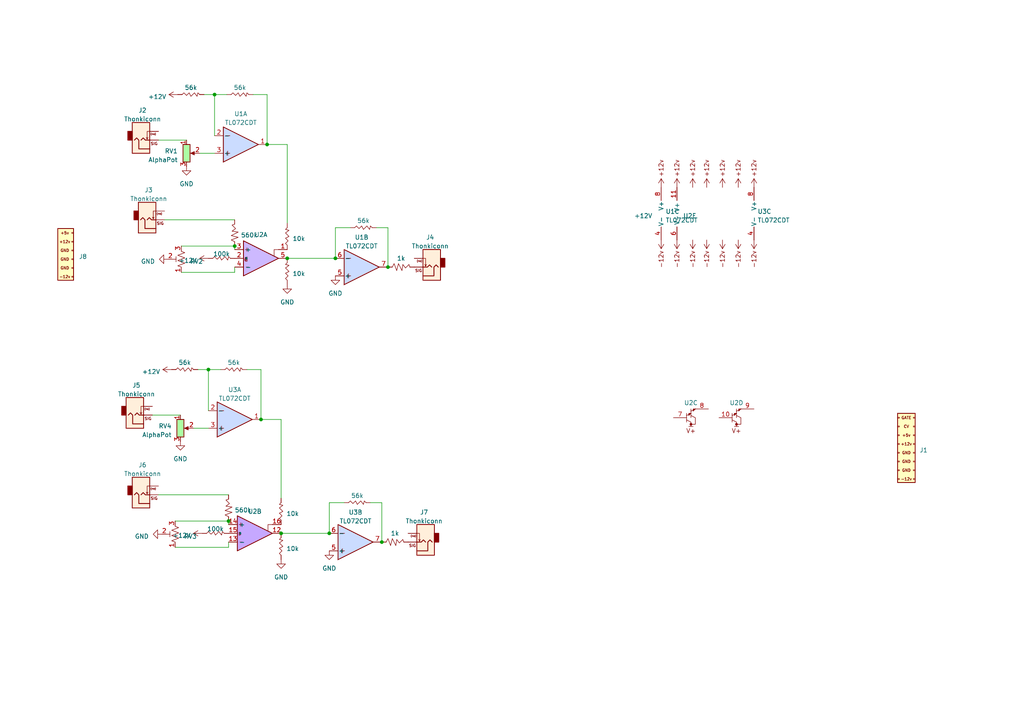
<source format=kicad_sch>
(kicad_sch (version 20230121) (generator eeschema)

  (uuid fe0239e8-ac03-483b-852c-ef86c781aed0)

  (paper "A4")

  (lib_symbols
    (symbol "EuroRackTools:+12V" (power) (pin_names (offset 0)) (in_bom yes) (on_board yes)
      (property "Reference" "#PWR" (at 0 -3.81 0)
        (effects (font (size 1.27 1.27)) hide)
      )
      (property "Value" "+12V" (at 0 3.556 0)
        (effects (font (size 1.27 1.27)))
      )
      (property "Footprint" "" (at 0 0 0)
        (effects (font (size 1.27 1.27)) hide)
      )
      (property "Datasheet" "" (at 0 0 0)
        (effects (font (size 1.27 1.27)) hide)
      )
      (property "ki_keywords" "global power" (at 0 0 0)
        (effects (font (size 1.27 1.27)) hide)
      )
      (property "ki_description" "Power symbol creates a global label with name \"+12V\"" (at 0 0 0)
        (effects (font (size 1.27 1.27)) hide)
      )
      (symbol "+12V_0_1"
        (polyline
          (pts
            (xy -0.762 1.27)
            (xy 0 2.54)
          )
          (stroke (width 0) (type default))
          (fill (type none))
        )
        (polyline
          (pts
            (xy 0 0)
            (xy 0 2.54)
          )
          (stroke (width 0) (type default))
          (fill (type none))
        )
        (polyline
          (pts
            (xy 0 2.54)
            (xy 0.762 1.27)
          )
          (stroke (width 0) (type default))
          (fill (type none))
        )
      )
      (symbol "+12V_1_1"
        (pin power_in line (at 0 0 90) (length 0) hide
          (name "+12V" (effects (font (size 1.27 1.27))))
          (number "1" (effects (font (size 1.27 1.27))))
        )
      )
    )
    (symbol "EuroRackTools:100k TRIMPOT" (pin_names (offset 1.016) hide) (in_bom yes) (on_board yes)
      (property "Reference" "RV" (at -2.54 0 90)
        (effects (font (size 1.27 1.27)))
      )
      (property "Value" "R_Potentiometer_Trim_US" (at 15.24 -2.54 90)
        (effects (font (size 1.27 1.27)) hide)
      )
      (property "Footprint" "EuroRackTools:Potentiometer_Bourns_TC33X_Vertical" (at 7.62 11.43 0)
        (effects (font (size 1.27 1.27)) hide)
      )
      (property "Datasheet" "~" (at 0 0 0)
        (effects (font (size 1.27 1.27)) hide)
      )
      (property "lcsc" "C128545" (at 5.08 -15.24 0)
        (effects (font (size 1.27 1.27)) hide)
      )
      (property "ki_keywords" "resistor variable trimpot trimmer" (at 0 0 0)
        (effects (font (size 1.27 1.27)) hide)
      )
      (property "ki_description" "Trim-potentiometer, US symbol" (at 0 0 0)
        (effects (font (size 1.27 1.27)) hide)
      )
      (property "ki_fp_filters" "Potentiometer*" (at 0 0 0)
        (effects (font (size 1.27 1.27)) hide)
      )
      (symbol "100k TRIMPOT_0_1"
        (polyline
          (pts
            (xy 0 -2.286)
            (xy 0 -2.54)
          )
          (stroke (width 0) (type default))
          (fill (type none))
        )
        (polyline
          (pts
            (xy 0 2.286)
            (xy 0 2.54)
          )
          (stroke (width 0) (type default))
          (fill (type none))
        )
        (polyline
          (pts
            (xy 1.524 0.762)
            (xy 1.524 -0.762)
          )
          (stroke (width 0) (type default))
          (fill (type none))
        )
        (polyline
          (pts
            (xy 2.54 0)
            (xy 1.524 0)
          )
          (stroke (width 0) (type default))
          (fill (type none))
        )
        (polyline
          (pts
            (xy 0 -0.762)
            (xy 1.016 -1.143)
            (xy 0 -1.524)
            (xy -1.016 -1.905)
            (xy 0 -2.286)
          )
          (stroke (width 0) (type default))
          (fill (type none))
        )
        (polyline
          (pts
            (xy 0 0.762)
            (xy 1.016 0.381)
            (xy 0 0)
            (xy -1.016 -0.381)
            (xy 0 -0.762)
          )
          (stroke (width 0) (type default))
          (fill (type none))
        )
        (polyline
          (pts
            (xy 0 2.286)
            (xy 1.016 1.905)
            (xy 0 1.524)
            (xy -1.016 1.143)
            (xy 0 0.762)
          )
          (stroke (width 0) (type default))
          (fill (type none))
        )
      )
      (symbol "100k TRIMPOT_1_1"
        (pin passive line (at 0 3.81 270) (length 1.27)
          (name "1" (effects (font (size 1.27 1.27))))
          (number "1" (effects (font (size 1.27 1.27))))
        )
        (pin passive line (at 3.81 0 180) (length 1.27)
          (name "2" (effects (font (size 1.27 1.27))))
          (number "2" (effects (font (size 1.27 1.27))))
        )
        (pin passive line (at 0 -3.81 90) (length 1.27)
          (name "3" (effects (font (size 1.27 1.27))))
          (number "3" (effects (font (size 1.27 1.27))))
        )
      )
    )
    (symbol "EuroRackTools:AlphaPot" (pin_names (offset 1.016) hide) (in_bom no) (on_board yes)
      (property "Reference" "RV" (at -4.445 0 90)
        (effects (font (size 1.27 1.27)))
      )
      (property "Value" "AlphaPot" (at -2.54 0 90)
        (effects (font (size 1.27 1.27)))
      )
      (property "Footprint" "EuroRackTools:Potentiometer_Alpha_RD901F-40-00D_Single_Vertical" (at 0 11.43 0)
        (effects (font (size 1.27 1.27)) hide)
      )
      (property "Datasheet" "~" (at 0 0 0)
        (effects (font (size 1.27 1.27)) hide)
      )
      (property "Sim.Pins" "1=1 2=2 3=3" (at 0 0 0)
        (effects (font (size 0 0)) hide)
      )
      (property "Sim.Device" "SPICE" (at -5.08 -5.08 90)
        (effects (font (size 1.27 1.27)) hide)
      )
      (property "Sim.Params" "type=\"X\" model=\"pot100k\" lib=\"\"" (at 0 0 0)
        (effects (font (size 0 0)) hide)
      )
      (property "ki_keywords" "resistor variable" (at 0 0 0)
        (effects (font (size 1.27 1.27)) hide)
      )
      (property "ki_description" "Potentiometer" (at 0 0 0)
        (effects (font (size 1.27 1.27)) hide)
      )
      (property "ki_fp_filters" "Potentiometer*" (at 0 0 0)
        (effects (font (size 1.27 1.27)) hide)
      )
      (symbol "AlphaPot_0_1"
        (polyline
          (pts
            (xy 2.54 0)
            (xy 1.524 0)
          )
          (stroke (width 0) (type default))
          (fill (type none))
        )
        (polyline
          (pts
            (xy 1.143 0)
            (xy 2.286 0.508)
            (xy 2.286 -0.508)
            (xy 1.143 0)
          )
          (stroke (width 0) (type default))
          (fill (type outline))
        )
      )
      (symbol "AlphaPot_1_1"
        (rectangle (start -1.016 2.54) (end 1.016 -2.54)
          (stroke (width 0.254) (type default))
          (fill (type color) (color 172 255 163 1))
        )
        (pin passive line (at 0 3.81 270) (length 1.27)
          (name "1" (effects (font (size 1.27 1.27))))
          (number "1" (effects (font (size 1.27 1.27))))
        )
        (pin passive line (at 3.81 0 180) (length 1.27)
          (name "2" (effects (font (size 1.27 1.27))))
          (number "2" (effects (font (size 1.27 1.27))))
        )
        (pin passive line (at 0 -3.81 90) (length 1.27)
          (name "3" (effects (font (size 1.27 1.27))))
          (number "3" (effects (font (size 1.27 1.27))))
        )
      )
    )
    (symbol "EuroRackTools:EuroPower 1x06" (pin_names (offset 1.016) hide) (in_bom no) (on_board yes)
      (property "Reference" "J" (at 1.27 7.62 0)
        (effects (font (size 1.27 1.27)))
      )
      (property "Value" "EuroPower 1x06" (at 1.27 -12.7 0)
        (effects (font (size 1.27 1.27)) hide)
      )
      (property "Footprint" "EuroRackTools:PinHeader_1x07_P2.54mm_Vertical" (at 1.524 -18.034 0)
        (effects (font (size 1.27 1.27)) hide)
      )
      (property "Datasheet" "~" (at 1.524 -15.367 0)
        (effects (font (size 1.27 1.27)) hide)
      )
      (property "ki_keywords" "connector" (at 0 0 0)
        (effects (font (size 1.27 1.27)) hide)
      )
      (property "ki_description" "Generic connector, double row, 02x08, odd/even pin numbering scheme (row 1 odd numbers, row 2 even numbers), script generated (kicad-library-utils/schlib/autogen/connector/)" (at 0 0 0)
        (effects (font (size 1.27 1.27)) hide)
      )
      (property "ki_fp_filters" "Connector*:*_2x??_*" (at 0 0 0)
        (effects (font (size 1.27 1.27)) hide)
      )
      (symbol "EuroPower 1x06_0_0"
        (text "+12v" (at 1.27 0 0)
          (effects (font (size 0.8 0.8)))
        )
        (text "+5v" (at 1.27 2.54 0)
          (effects (font (size 0.8 0.8)))
        )
        (text "-12v" (at 1.27 -10.16 0)
          (effects (font (size 0.8 0.8)))
        )
        (text "GND" (at 1.27 -7.62 0)
          (effects (font (size 0.8 0.8)))
        )
        (text "GND" (at 1.27 -5.08 0)
          (effects (font (size 0.8 0.8)))
        )
        (text "GND" (at 1.27 -2.54 0)
          (effects (font (size 0.8 0.8)))
        )
      )
      (symbol "EuroPower 1x06_1_1"
        (rectangle (start -0.762 3.81) (end 3.81 -11.176)
          (stroke (width 0.254) (type default))
          (fill (type background))
        )
        (rectangle (start 3.302 -10.033) (end 3.81 -10.287)
          (stroke (width 0.1524) (type default))
          (fill (type none))
        )
        (rectangle (start 3.302 -7.493) (end 3.81 -7.747)
          (stroke (width 0.1524) (type default))
          (fill (type none))
        )
        (rectangle (start 3.302 -4.953) (end 3.81 -5.207)
          (stroke (width 0.1524) (type default))
          (fill (type none))
        )
        (rectangle (start 3.302 -2.413) (end 3.81 -2.667)
          (stroke (width 0.1524) (type default))
          (fill (type none))
        )
        (rectangle (start 3.302 0.127) (end 3.81 -0.127)
          (stroke (width 0.1524) (type default))
          (fill (type none))
        )
        (rectangle (start 3.302 2.667) (end 3.81 2.413)
          (stroke (width 0.1524) (type default))
          (fill (type none))
        )
        (pin power_in line (at 3.81 -10.16 0) (length 3.81) hide
          (name "-12V" (effects (font (size 1.27 1.27))))
          (number "1" (effects (font (size 1.27 1.27))))
        )
        (pin power_in line (at 3.81 -7.62 0) (length 3.81) hide
          (name "GND" (effects (font (size 1.27 1.27))))
          (number "2" (effects (font (size 1.27 1.27))))
        )
        (pin power_in line (at 3.81 -5.08 0) (length 3.81) hide
          (name "GND" (effects (font (size 1.27 1.27))))
          (number "3" (effects (font (size 1.27 1.27))))
        )
        (pin power_in line (at 3.81 -2.54 0) (length 3.81) hide
          (name "GND" (effects (font (size 1.27 1.27))))
          (number "4" (effects (font (size 1.27 1.27))))
        )
        (pin power_in line (at 3.81 0 0) (length 3.81) hide
          (name "+12V" (effects (font (size 1.27 1.27))))
          (number "5" (effects (font (size 1.27 1.27))))
        )
        (pin power_in line (at 3.81 2.54 0) (length 3.81) hide
          (name "+5V" (effects (font (size 1.27 1.27))))
          (number "6" (effects (font (size 1.27 1.27))))
        )
      )
    )
    (symbol "EuroRackTools:EuroPower16" (pin_names (offset 1.016) hide) (in_bom yes) (on_board yes)
      (property "Reference" "J" (at 1.27 10.16 0)
        (effects (font (size 1.27 1.27)))
      )
      (property "Value" "EuroPower16" (at 1.27 -12.7 0)
        (effects (font (size 1.27 1.27)) hide)
      )
      (property "Footprint" "EuroRackTools:IDC-Header_2x08_P2.54mm_Vertical_SMD" (at 1.524 -18.034 0)
        (effects (font (size 1.27 1.27)) hide)
      )
      (property "Datasheet" "~" (at 1.524 -15.367 0)
        (effects (font (size 1.27 1.27)) hide)
      )
      (property "lcsc" "C383608" (at 5.08 12.7 0)
        (effects (font (size 1.27 1.27)) hide)
      )
      (property "ki_keywords" "connector" (at 0 0 0)
        (effects (font (size 1.27 1.27)) hide)
      )
      (property "ki_description" "Generic connector, double row, 02x08, odd/even pin numbering scheme (row 1 odd numbers, row 2 even numbers), script generated (kicad-library-utils/schlib/autogen/connector/)" (at 0 0 0)
        (effects (font (size 1.27 1.27)) hide)
      )
      (property "ki_fp_filters" "Connector*:*_2x??_*" (at 0 0 0)
        (effects (font (size 1.27 1.27)) hide)
      )
      (symbol "EuroPower16_0_0"
        (text "+12v" (at 1.27 0 0)
          (effects (font (size 0.8 0.8)))
        )
        (text "+5v" (at 1.27 2.54 0)
          (effects (font (size 0.8 0.8)))
        )
        (text "-12v" (at 1.27 -10.16 0)
          (effects (font (size 0.8 0.8)))
        )
        (text "CV" (at 1.27 5.08 0)
          (effects (font (size 0.8 0.8)))
        )
        (text "GATE" (at 1.27 7.62 0)
          (effects (font (size 0.8 0.8)))
        )
        (text "GND" (at 1.27 -7.62 0)
          (effects (font (size 0.8 0.8)))
        )
        (text "GND" (at 1.27 -5.08 0)
          (effects (font (size 0.8 0.8)))
        )
        (text "GND" (at 1.27 -2.54 0)
          (effects (font (size 0.8 0.8)))
        )
      )
      (symbol "EuroPower16_1_1"
        (rectangle (start -1.27 -10.033) (end -0.762 -10.287)
          (stroke (width 0.1524) (type default))
          (fill (type none))
        )
        (rectangle (start -1.27 -7.493) (end -0.762 -7.747)
          (stroke (width 0.1524) (type default))
          (fill (type none))
        )
        (rectangle (start -1.27 -4.953) (end -0.762 -5.207)
          (stroke (width 0.1524) (type default))
          (fill (type none))
        )
        (rectangle (start -1.27 -2.413) (end -0.762 -2.667)
          (stroke (width 0.1524) (type default))
          (fill (type none))
        )
        (rectangle (start -1.27 0.127) (end -0.762 -0.127)
          (stroke (width 0.1524) (type default))
          (fill (type none))
        )
        (rectangle (start -1.27 2.667) (end -0.762 2.413)
          (stroke (width 0.1524) (type default))
          (fill (type none))
        )
        (rectangle (start -1.27 5.207) (end -0.762 4.953)
          (stroke (width 0.1524) (type default))
          (fill (type none))
        )
        (rectangle (start -1.27 7.747) (end -0.762 7.493)
          (stroke (width 0.1524) (type default))
          (fill (type none))
        )
        (rectangle (start -1.27 8.89) (end 3.81 -11.176)
          (stroke (width 0.254) (type default))
          (fill (type background))
        )
        (rectangle (start 3.302 -10.033) (end 3.81 -10.287)
          (stroke (width 0.1524) (type default))
          (fill (type none))
        )
        (rectangle (start 3.302 -7.493) (end 3.81 -7.747)
          (stroke (width 0.1524) (type default))
          (fill (type none))
        )
        (rectangle (start 3.302 -4.953) (end 3.81 -5.207)
          (stroke (width 0.1524) (type default))
          (fill (type none))
        )
        (rectangle (start 3.302 -2.413) (end 3.81 -2.667)
          (stroke (width 0.1524) (type default))
          (fill (type none))
        )
        (rectangle (start 3.302 0.127) (end 3.81 -0.127)
          (stroke (width 0.1524) (type default))
          (fill (type none))
        )
        (rectangle (start 3.302 2.667) (end 3.81 2.413)
          (stroke (width 0.1524) (type default))
          (fill (type none))
        )
        (rectangle (start 3.302 5.207) (end 3.81 4.953)
          (stroke (width 0.1524) (type default))
          (fill (type none))
        )
        (rectangle (start 3.302 7.747) (end 3.81 7.493)
          (stroke (width 0.1524) (type default))
          (fill (type none))
        )
        (pin power_in line (at 3.81 -10.16 0) (length 3.81) hide
          (name "-12V" (effects (font (size 1.27 1.27))))
          (number "1" (effects (font (size 1.27 1.27))))
        )
        (pin power_in line (at -1.27 0 180) (length 3.81) hide
          (name "+12V" (effects (font (size 1.27 1.27))))
          (number "10" (effects (font (size 1.27 1.27))))
        )
        (pin power_in line (at 3.81 2.54 0) (length 3.81) hide
          (name "+5V" (effects (font (size 1.27 1.27))))
          (number "11" (effects (font (size 1.27 1.27))))
        )
        (pin power_in line (at -1.27 2.54 180) (length 3.81) hide
          (name "+5V" (effects (font (size 1.27 1.27))))
          (number "12" (effects (font (size 1.27 1.27))))
        )
        (pin power_in line (at 3.81 5.08 0) (length 3.81) hide
          (name "CV" (effects (font (size 1.27 1.27))))
          (number "13" (effects (font (size 1.27 1.27))))
        )
        (pin power_in line (at -1.27 5.08 180) (length 3.81) hide
          (name "CV" (effects (font (size 1.27 1.27))))
          (number "14" (effects (font (size 1.27 1.27))))
        )
        (pin power_in line (at 3.81 7.62 0) (length 3.81) hide
          (name "GATE" (effects (font (size 1.27 1.27))))
          (number "15" (effects (font (size 1.27 1.27))))
        )
        (pin power_in line (at -1.27 7.62 180) (length 3.81) hide
          (name "GATE" (effects (font (size 1.27 1.27))))
          (number "16" (effects (font (size 1.27 1.27))))
        )
        (pin power_in line (at -1.27 -10.16 180) (length 3.81) hide
          (name "-12V" (effects (font (size 1.27 1.27))))
          (number "2" (effects (font (size 1.27 1.27))))
        )
        (pin power_in line (at 3.81 -7.62 0) (length 3.81) hide
          (name "GND" (effects (font (size 1.27 1.27))))
          (number "3" (effects (font (size 1.27 1.27))))
        )
        (pin power_in line (at -1.27 -7.62 180) (length 3.81) hide
          (name "GND" (effects (font (size 1.27 1.27))))
          (number "4" (effects (font (size 1.27 1.27))))
        )
        (pin power_in line (at 3.81 -5.08 0) (length 3.81) hide
          (name "GND" (effects (font (size 1.27 1.27))))
          (number "5" (effects (font (size 1.27 1.27))))
        )
        (pin power_in line (at -1.27 -5.08 180) (length 3.81) hide
          (name "GND" (effects (font (size 1.27 1.27))))
          (number "6" (effects (font (size 1.27 1.27))))
        )
        (pin power_in line (at 3.81 -2.54 0) (length 3.81) hide
          (name "GND" (effects (font (size 1.27 1.27))))
          (number "7" (effects (font (size 1.27 1.27))))
        )
        (pin power_in line (at -1.27 -2.54 180) (length 3.81) hide
          (name "GND" (effects (font (size 1.27 1.27))))
          (number "8" (effects (font (size 1.27 1.27))))
        )
        (pin power_in line (at 3.81 0 0) (length 3.81) hide
          (name "+12V" (effects (font (size 1.27 1.27))))
          (number "9" (effects (font (size 1.27 1.27))))
        )
      )
    )
    (symbol "EuroRackTools:GND" (power) (pin_names (offset 0)) (in_bom yes) (on_board yes)
      (property "Reference" "#PWR" (at 0 -6.35 0)
        (effects (font (size 1.27 1.27)) hide)
      )
      (property "Value" "GND" (at 0 -3.81 0)
        (effects (font (size 1.27 1.27)))
      )
      (property "Footprint" "" (at 0 0 0)
        (effects (font (size 1.27 1.27)) hide)
      )
      (property "Datasheet" "" (at 0 0 0)
        (effects (font (size 1.27 1.27)) hide)
      )
      (property "ki_keywords" "global power" (at 0 0 0)
        (effects (font (size 1.27 1.27)) hide)
      )
      (property "ki_description" "Power symbol creates a global label with name \"GND\" , ground" (at 0 0 0)
        (effects (font (size 1.27 1.27)) hide)
      )
      (symbol "GND_0_1"
        (polyline
          (pts
            (xy 0 0)
            (xy 0 -1.27)
            (xy 1.27 -1.27)
            (xy 0 -2.54)
            (xy -1.27 -1.27)
            (xy 0 -1.27)
          )
          (stroke (width 0) (type default))
          (fill (type none))
        )
      )
      (symbol "GND_1_1"
        (pin power_in line (at 0 0 270) (length 0) hide
          (name "GND" (effects (font (size 1.27 1.27))))
          (number "1" (effects (font (size 1.27 1.27))))
        )
      )
    )
    (symbol "EuroRackTools:Thonkiconn" (pin_numbers hide) (in_bom no) (on_board yes)
      (property "Reference" "J" (at -1.524 3.048 0)
        (effects (font (size 1.27 1.27)))
      )
      (property "Value" "Thonkiconn" (at -0.254 -6.35 0)
        (effects (font (size 1.27 1.27)))
      )
      (property "Footprint" "EuroRackTools:Jack_3.5mm_QingPu_WQP-PJ398SM_Vertical_CircularHoles" (at 1.016 -11.43 0)
        (effects (font (size 1.27 1.27)) hide)
      )
      (property "Datasheet" "~" (at -0.254 0 0)
        (effects (font (size 1.27 1.27)) hide)
      )
      (property "ki_keywords" "audio jack receptacle mono headphones phone TS connector" (at 0 0 0)
        (effects (font (size 1.27 1.27)) hide)
      )
      (property "ki_description" "Audio Jack, 2 Poles (Mono / TS), Switched T Pole (Normalling)" (at 0 0 0)
        (effects (font (size 1.27 1.27)) hide)
      )
      (property "ki_fp_filters" "Jack*" (at 0 0 0)
        (effects (font (size 1.27 1.27)) hide)
      )
      (symbol "Thonkiconn_0_0"
        (text "(no)" (at 3.302 1.778 0)
          (effects (font (size 0.5 0.5)))
        )
        (text "SIG" (at 3.556 -1.016 0)
          (effects (font (size 0.8 0.8)))
        )
      )
      (symbol "Thonkiconn_0_1"
        (rectangle (start -4.064 2.54) (end -2.794 0)
          (stroke (width 0.254) (type default))
          (fill (type outline))
        )
        (polyline
          (pts
            (xy 1.524 0.254)
            (xy 1.778 0.762)
          )
          (stroke (width 0) (type default))
          (fill (type none))
        )
        (polyline
          (pts
            (xy -0.254 0)
            (xy 0.381 0.635)
            (xy 1.016 0)
            (xy 2.286 0)
          )
          (stroke (width 0.254) (type default))
          (fill (type none))
        )
        (polyline
          (pts
            (xy 2.286 2.54)
            (xy 1.524 2.54)
            (xy 1.524 0.254)
            (xy 1.27 0.762)
          )
          (stroke (width 0) (type default))
          (fill (type none))
        )
        (polyline
          (pts
            (xy 2.286 -2.54)
            (xy -0.889 -2.54)
            (xy -0.889 0)
            (xy -1.524 0.635)
            (xy -2.159 0)
          )
          (stroke (width 0.254) (type default))
          (fill (type none))
        )
      )
      (symbol "Thonkiconn_1_1"
        (rectangle (start -2.794 5.08) (end 2.286 -3.81)
          (stroke (width 0.254) (type default))
          (fill (type color) (color 255 239 219 1))
        )
        (pin power_in line (at 2.286 -2.54 180) (length 2.54) hide
          (name "GND" (effects (font (size 1.27 1.27))))
          (number "S" (effects (font (size 1.27 1.27))))
        )
        (pin passive line (at 4.826 0 180) (length 2.54)
          (name "~" (effects (font (size 1.27 1.27))))
          (number "T" (effects (font (size 1.27 1.27))))
        )
        (pin passive line (at 4.826 2.54 180) (length 2.54)
          (name "~" (effects (font (size 1.27 1.27))))
          (number "TN" (effects (font (size 1.27 1.27))))
        )
      )
    )
    (symbol "EuroRackTools:XL13700" (in_bom yes) (on_board yes)
      (property "Reference" "U" (at -1.27 0 0)
        (effects (font (size 1.27 1.27)))
      )
      (property "Value" "XL13700" (at 3.81 5.08 0)
        (effects (font (size 1.27 1.27)) hide)
      )
      (property "Footprint" "EuroRackTools:SOP-16_3.9x9.9mm_P1.27mm" (at -0.635 -8.89 0)
        (effects (font (size 1.27 1.27)) hide)
      )
      (property "Datasheet" "" (at 0 0 0)
        (effects (font (size 1.27 1.27)) hide)
      )
      (property "Sim.Pins" "1=1 2=2 3=3 4=4 5=5 6=6 7=7 8=8 9=9 10=10 11=11 12=12 13=13 14=14 15=15 16=16" (at 0 0 0)
        (effects (font (size 0 0)) hide)
      )
      (property "Sim.Device" "SPICE" (at 8.89 6.35 0)
        (effects (font (size 1.27 1.27)) hide)
      )
      (property "Sim.Params" "type=\"X\" model=\"MY_LM13700\" lib=\"\"" (at 0 0 0)
        (effects (font (size 0 0)) hide)
      )
      (property "LCSC" "C521166" (at 2.54 -6.35 0)
        (effects (font (size 1.27 1.27)) hide)
      )
      (property "ki_locked" "" (at 0 0 0)
        (effects (font (size 1.27 1.27)))
      )
      (symbol "XL13700_1_1"
        (arc (start -4.572 -0.254) (mid -4.2128 -0.1052) (end -4.064 0.254)
          (stroke (width 0) (type default))
          (fill (type none))
        )
        (arc (start -4.064 0.254) (mid -4.2654 0.4862) (end -4.572 0.508)
          (stroke (width 0) (type default))
          (fill (type none))
        )
        (polyline
          (pts
            (xy -4.572 -2.54)
            (xy -3.556 -2.54)
          )
          (stroke (width 0) (type default))
          (fill (type none))
        )
        (polyline
          (pts
            (xy -4.572 0.508)
            (xy -4.572 -0.254)
          )
          (stroke (width 0) (type default))
          (fill (type none))
        )
        (polyline
          (pts
            (xy -4.318 2.54)
            (xy -3.556 2.54)
          )
          (stroke (width 0) (type default))
          (fill (type none))
        )
        (polyline
          (pts
            (xy -4.064 -2.032)
            (xy -4.064 -3.048)
          )
          (stroke (width 0) (type default))
          (fill (type none))
        )
        (polyline
          (pts
            (xy 3.81 -0.635)
            (xy 3.81 -2.54)
            (xy 5.08 -2.54)
          )
          (stroke (width 0) (type default))
          (fill (type none))
        )
        (polyline
          (pts
            (xy 5.08 0)
            (xy -5.08 -5.08)
            (xy -5.08 5.08)
            (xy 5.08 0)
          )
          (stroke (width 0.254) (type default))
          (fill (type color) (color 205 185 255 1))
        )
        (text "d" (at -4.318 0.254 0)
          (effects (font (size 1.27 1.27)))
        )
        (pin input line (at 7.62 -2.54 180) (length 2.54)
          (name "~" (effects (font (size 1.27 1.27))))
          (number "1" (effects (font (size 1.27 1.27))))
        )
        (pin input line (at -7.62 0 0) (length 2.54)
          (name "D" (effects (font (size 0.508 0.508))))
          (number "2" (effects (font (size 1.27 1.27))))
        )
        (pin input line (at -7.62 -2.54 0) (length 2.54)
          (name "+" (effects (font (size 1.27 1.27))))
          (number "3" (effects (font (size 1.27 1.27))))
        )
        (pin input line (at -7.62 2.54 0) (length 2.54)
          (name "-" (effects (font (size 1.27 1.27))))
          (number "4" (effects (font (size 1.27 1.27))))
        )
        (pin output line (at 7.62 0 180) (length 2.54)
          (name "~" (effects (font (size 1.27 1.27))))
          (number "5" (effects (font (size 1.27 1.27))))
        )
      )
      (symbol "XL13700_2_1"
        (arc (start -4.572 -0.254) (mid -4.2128 -0.1052) (end -4.064 0.254)
          (stroke (width 0) (type default))
          (fill (type none))
        )
        (arc (start -4.064 0.254) (mid -4.2654 0.4862) (end -4.572 0.508)
          (stroke (width 0) (type default))
          (fill (type none))
        )
        (polyline
          (pts
            (xy -4.572 -2.54)
            (xy -3.556 -2.54)
          )
          (stroke (width 0) (type default))
          (fill (type none))
        )
        (polyline
          (pts
            (xy -4.572 0.508)
            (xy -4.572 -0.254)
          )
          (stroke (width 0) (type default))
          (fill (type none))
        )
        (polyline
          (pts
            (xy -4.318 2.54)
            (xy -3.556 2.54)
          )
          (stroke (width 0) (type default))
          (fill (type none))
        )
        (polyline
          (pts
            (xy -4.064 -2.032)
            (xy -4.064 -3.048)
          )
          (stroke (width 0) (type default))
          (fill (type none))
        )
        (polyline
          (pts
            (xy 3.81 -0.635)
            (xy 3.81 -2.54)
            (xy 5.08 -2.54)
          )
          (stroke (width 0) (type default))
          (fill (type none))
        )
        (polyline
          (pts
            (xy 5.08 0)
            (xy -5.08 -5.08)
            (xy -5.08 5.08)
            (xy 5.08 0)
          )
          (stroke (width 0.254) (type default))
          (fill (type color) (color 198 168 255 1))
        )
        (pin output line (at 7.62 0 180) (length 2.54)
          (name "~" (effects (font (size 1.27 1.27))))
          (number "12" (effects (font (size 1.27 1.27))))
        )
        (pin input line (at -7.62 2.54 0) (length 2.54)
          (name "-" (effects (font (size 1.27 1.27))))
          (number "13" (effects (font (size 1.27 1.27))))
        )
        (pin input line (at -7.62 -2.54 0) (length 2.54)
          (name "+" (effects (font (size 1.27 1.27))))
          (number "14" (effects (font (size 1.27 1.27))))
        )
        (pin input line (at -7.62 0 0) (length 2.54)
          (name "D" (effects (font (size 0.508 0.508))))
          (number "15" (effects (font (size 1.27 1.27))))
        )
        (pin input line (at 7.62 -2.54 180) (length 2.54)
          (name "~" (effects (font (size 1.27 1.27))))
          (number "16" (effects (font (size 1.27 1.27))))
        )
      )
      (symbol "XL13700_3_0"
        (polyline
          (pts
            (xy -1.905 2.54)
            (xy -3.175 2.54)
          )
          (stroke (width 0) (type default))
          (fill (type none))
        )
      )
      (symbol "XL13700_3_1"
        (circle (center -2.54 1.905) (radius 0.254)
          (stroke (width 0.254) (type default))
          (fill (type outline))
        )
        (polyline
          (pts
            (xy -3.81 -0.635)
            (xy -2.54 -1.27)
          )
          (stroke (width 0) (type default))
          (fill (type none))
        )
        (polyline
          (pts
            (xy -3.81 1.27)
            (xy -3.81 -1.27)
          )
          (stroke (width 0) (type default))
          (fill (type none))
        )
        (polyline
          (pts
            (xy -2.54 -1.905)
            (xy -1.27 -2.54)
          )
          (stroke (width 0) (type default))
          (fill (type none))
        )
        (polyline
          (pts
            (xy -2.54 0)
            (xy -2.54 -2.54)
          )
          (stroke (width 0) (type default))
          (fill (type none))
        )
        (polyline
          (pts
            (xy -3.81 0.635)
            (xy -2.54 1.27)
            (xy -2.54 1.905)
            (xy -2.54 2.54)
          )
          (stroke (width 0) (type default))
          (fill (type none))
        )
        (polyline
          (pts
            (xy -2.54 -1.27)
            (xy -3.175 -0.635)
            (xy -3.175 -1.27)
            (xy -2.54 -1.27)
          )
          (stroke (width 0) (type default))
          (fill (type outline))
        )
        (polyline
          (pts
            (xy -2.54 -0.635)
            (xy -1.27 0)
            (xy -1.27 1.905)
            (xy -2.54 1.905)
          )
          (stroke (width 0) (type default))
          (fill (type none))
        )
        (polyline
          (pts
            (xy -1.27 -2.54)
            (xy -1.905 -1.905)
            (xy -1.905 -2.54)
            (xy -1.27 -2.54)
          )
          (stroke (width 0) (type default))
          (fill (type outline))
        )
        (text "V+" (at -2.54 3.81 0)
          (effects (font (size 1.27 1.27)))
        )
        (pin input line (at -7.62 0 0) (length 3.81)
          (name "~" (effects (font (size 1.27 1.27))))
          (number "7" (effects (font (size 1.27 1.27))))
        )
        (pin output line (at 2.54 -2.54 180) (length 3.81)
          (name "~" (effects (font (size 1.27 1.27))))
          (number "8" (effects (font (size 1.27 1.27))))
        )
      )
      (symbol "XL13700_4_0"
        (polyline
          (pts
            (xy -1.905 2.54)
            (xy -3.175 2.54)
          )
          (stroke (width 0) (type default))
          (fill (type none))
        )
      )
      (symbol "XL13700_4_1"
        (circle (center -2.54 1.905) (radius 0.254)
          (stroke (width 0.254) (type default))
          (fill (type outline))
        )
        (polyline
          (pts
            (xy -3.81 -0.635)
            (xy -2.54 -1.27)
          )
          (stroke (width 0) (type default))
          (fill (type none))
        )
        (polyline
          (pts
            (xy -3.81 1.27)
            (xy -3.81 -1.27)
          )
          (stroke (width 0) (type default))
          (fill (type none))
        )
        (polyline
          (pts
            (xy -2.54 -1.905)
            (xy -1.27 -2.54)
          )
          (stroke (width 0) (type default))
          (fill (type none))
        )
        (polyline
          (pts
            (xy -2.54 0)
            (xy -2.54 -2.54)
          )
          (stroke (width 0) (type default))
          (fill (type none))
        )
        (polyline
          (pts
            (xy -3.81 0.635)
            (xy -2.54 1.27)
            (xy -2.54 1.905)
            (xy -2.54 2.54)
          )
          (stroke (width 0) (type default))
          (fill (type none))
        )
        (polyline
          (pts
            (xy -2.54 -1.27)
            (xy -3.175 -0.635)
            (xy -3.175 -1.27)
            (xy -2.54 -1.27)
          )
          (stroke (width 0) (type default))
          (fill (type outline))
        )
        (polyline
          (pts
            (xy -2.54 -0.635)
            (xy -1.27 0)
            (xy -1.27 1.905)
            (xy -2.54 1.905)
          )
          (stroke (width 0) (type default))
          (fill (type none))
        )
        (polyline
          (pts
            (xy -1.27 -2.54)
            (xy -1.905 -1.905)
            (xy -1.905 -2.54)
            (xy -1.27 -2.54)
          )
          (stroke (width 0) (type default))
          (fill (type outline))
        )
        (text "V+" (at -2.54 3.81 0)
          (effects (font (size 1.27 1.27)))
        )
        (pin input line (at -7.62 0 0) (length 3.81)
          (name "~" (effects (font (size 1.27 1.27))))
          (number "10" (effects (font (size 1.27 1.27))))
        )
        (pin output line (at 2.54 -2.54 180) (length 3.81)
          (name "~" (effects (font (size 1.27 1.27))))
          (number "9" (effects (font (size 1.27 1.27))))
        )
      )
      (symbol "XL13700_5_1"
        (pin power_in line (at -2.54 7.62 270) (length 3.81)
          (name "V+" (effects (font (size 1.27 1.27))))
          (number "11" (effects (font (size 1.27 1.27))))
        )
        (pin power_in line (at -2.54 -7.62 90) (length 3.81)
          (name "V-" (effects (font (size 1.27 1.27))))
          (number "6" (effects (font (size 1.27 1.27))))
        )
      )
    )
    (symbol "EuroRackTools:opamp harness" (power) (pin_names (offset 0)) (in_bom yes) (on_board yes)
      (property "Reference" "#PWR" (at 3.556 11.176 0)
        (effects (font (size 1.27 1.27)) hide)
      )
      (property "Value" "opamp harness" (at -0.508 13.208 0)
        (effects (font (size 1.27 1.27)))
      )
      (property "Footprint" "" (at -0.508 9.652 0)
        (effects (font (size 1.27 1.27)) hide)
      )
      (property "Datasheet" "" (at -0.508 9.652 0)
        (effects (font (size 1.27 1.27)) hide)
      )
      (property "ki_keywords" "global power" (at 0 0 0)
        (effects (font (size 1.27 1.27)) hide)
      )
      (symbol "opamp harness_0_1"
        (polyline
          (pts
            (xy -13.97 -16.51)
            (xy -13.208 -17.78)
          )
          (stroke (width 0) (type default))
          (fill (type none))
        )
        (polyline
          (pts
            (xy -13.97 1.27)
            (xy -13.208 2.54)
          )
          (stroke (width 0) (type default))
          (fill (type none))
        )
        (polyline
          (pts
            (xy -13.208 -17.78)
            (xy -12.446 -16.51)
          )
          (stroke (width 0) (type default))
          (fill (type none))
        )
        (polyline
          (pts
            (xy -13.208 -15.24)
            (xy -13.208 -17.78)
          )
          (stroke (width 0) (type default))
          (fill (type none))
        )
        (polyline
          (pts
            (xy -13.208 0)
            (xy -13.208 2.54)
          )
          (stroke (width 0) (type default))
          (fill (type none))
        )
        (polyline
          (pts
            (xy -13.208 2.54)
            (xy -12.446 1.27)
          )
          (stroke (width 0) (type default))
          (fill (type none))
        )
        (polyline
          (pts
            (xy -9.398 -16.51)
            (xy -8.636 -17.78)
          )
          (stroke (width 0) (type default))
          (fill (type none))
        )
        (polyline
          (pts
            (xy -9.398 1.27)
            (xy -8.636 2.54)
          )
          (stroke (width 0) (type default))
          (fill (type none))
        )
        (polyline
          (pts
            (xy -8.636 -17.78)
            (xy -7.874 -16.51)
          )
          (stroke (width 0) (type default))
          (fill (type none))
        )
        (polyline
          (pts
            (xy -8.636 -15.24)
            (xy -8.636 -17.78)
          )
          (stroke (width 0) (type default))
          (fill (type none))
        )
        (polyline
          (pts
            (xy -8.636 0)
            (xy -8.636 2.54)
          )
          (stroke (width 0) (type default))
          (fill (type none))
        )
        (polyline
          (pts
            (xy -8.636 2.54)
            (xy -7.874 1.27)
          )
          (stroke (width 0) (type default))
          (fill (type none))
        )
        (polyline
          (pts
            (xy -4.826 -16.51)
            (xy -4.064 -17.78)
          )
          (stroke (width 0) (type default))
          (fill (type none))
        )
        (polyline
          (pts
            (xy -4.826 1.27)
            (xy -4.064 2.54)
          )
          (stroke (width 0) (type default))
          (fill (type none))
        )
        (polyline
          (pts
            (xy -4.064 -17.78)
            (xy -3.302 -16.51)
          )
          (stroke (width 0) (type default))
          (fill (type none))
        )
        (polyline
          (pts
            (xy -4.064 -15.24)
            (xy -4.064 -17.78)
          )
          (stroke (width 0) (type default))
          (fill (type none))
        )
        (polyline
          (pts
            (xy -4.064 0)
            (xy -4.064 2.54)
          )
          (stroke (width 0) (type default))
          (fill (type none))
        )
        (polyline
          (pts
            (xy -4.064 2.54)
            (xy -3.302 1.27)
          )
          (stroke (width 0) (type default))
          (fill (type none))
        )
        (polyline
          (pts
            (xy -0.762 -16.51)
            (xy 0 -17.78)
          )
          (stroke (width 0) (type default))
          (fill (type none))
        )
        (polyline
          (pts
            (xy -0.762 1.27)
            (xy 0 2.54)
          )
          (stroke (width 0) (type default))
          (fill (type none))
        )
        (polyline
          (pts
            (xy 0 -17.78)
            (xy 0.762 -16.51)
          )
          (stroke (width 0) (type default))
          (fill (type none))
        )
        (polyline
          (pts
            (xy 0 -15.24)
            (xy 0 -17.78)
          )
          (stroke (width 0) (type default))
          (fill (type none))
        )
        (polyline
          (pts
            (xy 0 0)
            (xy 0 2.54)
          )
          (stroke (width 0) (type default))
          (fill (type none))
        )
        (polyline
          (pts
            (xy 0 2.54)
            (xy 0.762 1.27)
          )
          (stroke (width 0) (type default))
          (fill (type none))
        )
        (polyline
          (pts
            (xy 3.81 -16.51)
            (xy 4.572 -17.78)
          )
          (stroke (width 0) (type default))
          (fill (type none))
        )
        (polyline
          (pts
            (xy 3.81 1.27)
            (xy 4.572 2.54)
          )
          (stroke (width 0) (type default))
          (fill (type none))
        )
        (polyline
          (pts
            (xy 4.572 -17.78)
            (xy 5.334 -16.51)
          )
          (stroke (width 0) (type default))
          (fill (type none))
        )
        (polyline
          (pts
            (xy 4.572 -15.24)
            (xy 4.572 -17.78)
          )
          (stroke (width 0) (type default))
          (fill (type none))
        )
        (polyline
          (pts
            (xy 4.572 0)
            (xy 4.572 2.54)
          )
          (stroke (width 0) (type default))
          (fill (type none))
        )
        (polyline
          (pts
            (xy 4.572 2.54)
            (xy 5.334 1.27)
          )
          (stroke (width 0) (type default))
          (fill (type none))
        )
        (polyline
          (pts
            (xy 8.382 -16.51)
            (xy 9.144 -17.78)
          )
          (stroke (width 0) (type default))
          (fill (type none))
        )
        (polyline
          (pts
            (xy 8.382 1.27)
            (xy 9.144 2.54)
          )
          (stroke (width 0) (type default))
          (fill (type none))
        )
        (polyline
          (pts
            (xy 9.144 -17.78)
            (xy 9.906 -16.51)
          )
          (stroke (width 0) (type default))
          (fill (type none))
        )
        (polyline
          (pts
            (xy 9.144 -15.24)
            (xy 9.144 -17.78)
          )
          (stroke (width 0) (type default))
          (fill (type none))
        )
        (polyline
          (pts
            (xy 9.144 0)
            (xy 9.144 2.54)
          )
          (stroke (width 0) (type default))
          (fill (type none))
        )
        (polyline
          (pts
            (xy 9.144 2.54)
            (xy 9.906 1.27)
          )
          (stroke (width 0) (type default))
          (fill (type none))
        )
        (polyline
          (pts
            (xy 12.954 -16.51)
            (xy 13.716 -17.78)
          )
          (stroke (width 0) (type default))
          (fill (type none))
        )
        (polyline
          (pts
            (xy 12.954 1.27)
            (xy 13.716 2.54)
          )
          (stroke (width 0) (type default))
          (fill (type none))
        )
        (polyline
          (pts
            (xy 13.716 -17.78)
            (xy 14.478 -16.51)
          )
          (stroke (width 0) (type default))
          (fill (type none))
        )
        (polyline
          (pts
            (xy 13.716 -15.24)
            (xy 13.716 -17.78)
          )
          (stroke (width 0) (type default))
          (fill (type none))
        )
        (polyline
          (pts
            (xy 13.716 0)
            (xy 13.716 2.54)
          )
          (stroke (width 0) (type default))
          (fill (type none))
        )
        (polyline
          (pts
            (xy 13.716 2.54)
            (xy 14.478 1.27)
          )
          (stroke (width 0) (type default))
          (fill (type none))
        )
      )
      (symbol "opamp harness_1_1"
        (text "+12v" (at -13.208 5.588 900)
          (effects (font (size 1.27 1.27)))
        )
        (text "+12v" (at -8.636 5.588 900)
          (effects (font (size 1.27 1.27)))
        )
        (text "+12v" (at -4.064 5.588 900)
          (effects (font (size 1.27 1.27)))
        )
        (text "+12v" (at 0 5.588 900)
          (effects (font (size 1.27 1.27)))
        )
        (text "+12v" (at 4.572 5.588 900)
          (effects (font (size 1.27 1.27)))
        )
        (text "+12v" (at 9.144 5.588 900)
          (effects (font (size 1.27 1.27)))
        )
        (text "+12v" (at 13.716 5.588 900)
          (effects (font (size 1.27 1.27)))
        )
        (text "-12v" (at -13.208 -20.828 900)
          (effects (font (size 1.27 1.27)))
        )
        (text "-12v" (at -8.636 -20.828 900)
          (effects (font (size 1.27 1.27)))
        )
        (text "-12v" (at -4.064 -20.828 900)
          (effects (font (size 1.27 1.27)))
        )
        (text "-12v" (at 0 -20.828 900)
          (effects (font (size 1.27 1.27)))
        )
        (text "-12v" (at 4.572 -20.828 900)
          (effects (font (size 1.27 1.27)))
        )
        (text "-12v" (at 9.144 -20.828 900)
          (effects (font (size 1.27 1.27)))
        )
        (text "-12v" (at 13.716 -20.828 900)
          (effects (font (size 1.27 1.27)))
        )
        (pin power_in line (at -13.208 0 90) (length 0) hide
          (name "+12V" (effects (font (size 1.27 1.27))))
          (number "1" (effects (font (size 1.27 1.27))))
        )
        (pin power_in line (at -8.636 0 90) (length 0) hide
          (name "+12V" (effects (font (size 1.27 1.27))))
          (number "1" (effects (font (size 1.27 1.27))))
        )
        (pin power_in line (at -4.064 0 90) (length 0) hide
          (name "+12V" (effects (font (size 1.27 1.27))))
          (number "1" (effects (font (size 1.27 1.27))))
        )
        (pin power_in line (at 0 0 90) (length 0) hide
          (name "+12V" (effects (font (size 1.27 1.27))))
          (number "1" (effects (font (size 1.27 1.27))))
        )
        (pin power_in line (at 4.572 0 90) (length 0) hide
          (name "+12V" (effects (font (size 1.27 1.27))))
          (number "1" (effects (font (size 1.27 1.27))))
        )
        (pin power_in line (at 9.144 0 90) (length 0) hide
          (name "+12V" (effects (font (size 1.27 1.27))))
          (number "1" (effects (font (size 1.27 1.27))))
        )
        (pin power_in line (at 13.716 0 90) (length 0) hide
          (name "+12V" (effects (font (size 1.27 1.27))))
          (number "1" (effects (font (size 1.27 1.27))))
        )
        (pin power_in line (at -13.208 -15.24 270) (length 0) hide
          (name "-12V" (effects (font (size 1.27 1.27))))
          (number "1" (effects (font (size 1.27 1.27))))
        )
        (pin power_in line (at -8.636 -15.24 270) (length 0) hide
          (name "-12V" (effects (font (size 1.27 1.27))))
          (number "1" (effects (font (size 1.27 1.27))))
        )
        (pin power_in line (at -4.064 -15.24 270) (length 0) hide
          (name "-12V" (effects (font (size 1.27 1.27))))
          (number "1" (effects (font (size 1.27 1.27))))
        )
        (pin power_in line (at 0 -15.24 270) (length 0) hide
          (name "-12V" (effects (font (size 1.27 1.27))))
          (number "1" (effects (font (size 1.27 1.27))))
        )
        (pin power_in line (at 4.572 -15.24 270) (length 0) hide
          (name "-12V" (effects (font (size 1.27 1.27))))
          (number "1" (effects (font (size 1.27 1.27))))
        )
        (pin power_in line (at 9.144 -15.24 270) (length 0) hide
          (name "-12V" (effects (font (size 1.27 1.27))))
          (number "1" (effects (font (size 1.27 1.27))))
        )
        (pin power_in line (at 13.716 -15.24 270) (length 0) hide
          (name "-12V" (effects (font (size 1.27 1.27))))
          (number "1" (effects (font (size 1.27 1.27))))
        )
      )
    )
    (symbol "kpm-jlcpcb-basic:100k R 0402" (pin_numbers hide) (pin_names (offset 0)) (in_bom yes) (on_board yes)
      (property "Reference" "R" (at -1.27 6.35 0)
        (effects (font (size 1.27 1.27)) hide)
      )
      (property "Value" "100k" (at -0.635 3.81 0)
        (effects (font (size 1.27 1.27)))
      )
      (property "Footprint" "kpm-jlcpcb-basic:R_0402_1005Metric" (at 0 -7.62 0)
        (effects (font (size 1.27 1.27)) hide)
      )
      (property "Datasheet" "https://datasheet.lcsc.com/lcsc/2206010100_UNI-ROYAL-Uniroyal-Elec-0402WGF1003TCE_C25741.pdf" (at -6.35 6.35 90)
        (effects (font (size 1.27 1.27)) hide)
      )
      (property "LCSC" "C25741" (at -1.27 -1.905 0)
        (effects (font (size 1.27 1.27)) hide)
      )
      (property "Stock" "2440346" (at -1.27 -1.905 0)
        (effects (font (size 1.27 1.27)) hide)
      )
      (property "price" "0.0005" (at -1.27 -1.905 0)
        (effects (font (size 1.27 1.27)) hide)
      )
      (property "ki_keywords" "R res resistor" (at 0 0 0)
        (effects (font (size 1.27 1.27)) hide)
      )
      (property "ki_description" "62.5mW Thick Film Resistors ±1% 100kΩ 0402  Chip Resistor - Surface Mount ROHS" (at 0 0 0)
        (effects (font (size 1.27 1.27)) hide)
      )
      (property "ki_fp_filters" "R_*" (at 0 0 0)
        (effects (font (size 1.27 1.27)) hide)
      )
      (symbol "100k R 0402_0_1"
        (polyline
          (pts
            (xy 2.54 0)
            (xy 2.032 0.508)
            (xy 1.778 -0.508)
            (xy 1.016 0.508)
            (xy 0 -0.508)
            (xy -0.508 0.508)
            (xy -1.27 -0.254)
            (xy -2.032 0.508)
            (xy -2.54 0)
          )
          (stroke (width 0) (type default))
          (fill (type none))
        )
      )
      (symbol "100k R 0402_1_1"
        (pin passive line (at -3.81 0 0) (length 1.27)
          (name "~" (effects (font (size 1.27 1.27))))
          (number "1" (effects (font (size 1.27 1.27))))
        )
        (pin passive line (at 3.81 0 180) (length 1.27)
          (name "~" (effects (font (size 1.27 1.27))))
          (number "2" (effects (font (size 1.27 1.27))))
        )
      )
    )
    (symbol "kpm-jlcpcb-basic:10k R 0402" (pin_numbers hide) (pin_names (offset 0)) (in_bom yes) (on_board yes)
      (property "Reference" "R" (at -1.27 6.35 0)
        (effects (font (size 1.27 1.27)) hide)
      )
      (property "Value" "10k" (at -0.635 3.81 0)
        (effects (font (size 1.27 1.27)))
      )
      (property "Footprint" "kpm-jlcpcb-basic:R_0402_1005Metric" (at 0 -7.62 0)
        (effects (font (size 1.27 1.27)) hide)
      )
      (property "Datasheet" "https://datasheet.lcsc.com/lcsc/2206010100_UNI-ROYAL-Uniroyal-Elec-0402WGF1002TCE_C25744.pdf" (at -6.35 6.35 90)
        (effects (font (size 1.27 1.27)) hide)
      )
      (property "LCSC" "C25744" (at -1.27 -1.905 0)
        (effects (font (size 1.27 1.27)) hide)
      )
      (property "Stock" "5277490" (at -1.27 -1.905 0)
        (effects (font (size 1.27 1.27)) hide)
      )
      (property "price" "0.0006" (at -1.27 -1.905 0)
        (effects (font (size 1.27 1.27)) hide)
      )
      (property "ki_keywords" "R res resistor" (at 0 0 0)
        (effects (font (size 1.27 1.27)) hide)
      )
      (property "ki_description" "62.5mW Thick Film Resistors ±1% 10kΩ 0402  Chip Resistor - Surface Mount ROHS" (at 0 0 0)
        (effects (font (size 1.27 1.27)) hide)
      )
      (property "ki_fp_filters" "R_*" (at 0 0 0)
        (effects (font (size 1.27 1.27)) hide)
      )
      (symbol "10k R 0402_0_1"
        (polyline
          (pts
            (xy 2.54 0)
            (xy 2.032 0.508)
            (xy 1.778 -0.508)
            (xy 1.016 0.508)
            (xy 0 -0.508)
            (xy -0.508 0.508)
            (xy -1.27 -0.254)
            (xy -2.032 0.508)
            (xy -2.54 0)
          )
          (stroke (width 0) (type default))
          (fill (type none))
        )
      )
      (symbol "10k R 0402_1_1"
        (pin passive line (at -3.81 0 0) (length 1.27)
          (name "~" (effects (font (size 1.27 1.27))))
          (number "1" (effects (font (size 1.27 1.27))))
        )
        (pin passive line (at 3.81 0 180) (length 1.27)
          (name "~" (effects (font (size 1.27 1.27))))
          (number "2" (effects (font (size 1.27 1.27))))
        )
      )
    )
    (symbol "kpm-jlcpcb-basic:1k R 0603" (pin_numbers hide) (pin_names (offset 0)) (in_bom yes) (on_board yes)
      (property "Reference" "R" (at -1.27 6.35 0)
        (effects (font (size 1.27 1.27)) hide)
      )
      (property "Value" "1k" (at -0.635 3.81 0)
        (effects (font (size 1.27 1.27)))
      )
      (property "Footprint" "kpm-jlcpcb-basic:R_0603_1608Metric" (at -0.254 -7.62 0)
        (effects (font (size 1.27 1.27)) hide)
      )
      (property "Datasheet" "https://datasheet.lcsc.com/lcsc/2206010130_UNI-ROYAL-Uniroyal-Elec-0603WAF1001T5E_C21190.pdf" (at -6.35 6.35 90)
        (effects (font (size 1.27 1.27)) hide)
      )
      (property "LCSC" "C21190" (at -1.27 -1.905 0)
        (effects (font (size 1.27 1.27)) hide)
      )
      (property "Stock" "13672968" (at -1.27 -1.905 0)
        (effects (font (size 1.27 1.27)) hide)
      )
      (property "price" "0.0006" (at -1.27 -1.905 0)
        (effects (font (size 1.27 1.27)) hide)
      )
      (property "ki_keywords" "R res resistor" (at 0 0 0)
        (effects (font (size 1.27 1.27)) hide)
      )
      (property "ki_description" "100mW Thick Film Resistors ±1% 1kΩ 0603  Chip Resistor - Surface Mount ROHS" (at 0 0 0)
        (effects (font (size 1.27 1.27)) hide)
      )
      (property "ki_fp_filters" "R_*" (at 0 0 0)
        (effects (font (size 1.27 1.27)) hide)
      )
      (symbol "1k R 0603_0_1"
        (polyline
          (pts
            (xy -2.794 0)
            (xy -2.286 1.016)
            (xy -1.524 -1.016)
            (xy -1.016 1.016)
            (xy 0 -1.016)
            (xy 0.254 0.762)
            (xy 1.016 -0.254)
            (xy 2.032 0.762)
            (xy 2.286 0)
          )
          (stroke (width 0) (type default))
          (fill (type none))
        )
      )
      (symbol "1k R 0603_1_1"
        (pin passive line (at -4.064 0 0) (length 1.27)
          (name "~" (effects (font (size 1.27 1.27))))
          (number "1" (effects (font (size 1.27 1.27))))
        )
        (pin passive line (at 3.556 0 180) (length 1.27)
          (name "~" (effects (font (size 1.27 1.27))))
          (number "2" (effects (font (size 1.27 1.27))))
        )
      )
    )
    (symbol "kpm-jlcpcb-basic:560k R 0603" (pin_numbers hide) (pin_names (offset 0)) (in_bom yes) (on_board yes)
      (property "Reference" "R" (at -1.27 6.35 0)
        (effects (font (size 1.27 1.27)) hide)
      )
      (property "Value" "560k" (at -0.635 3.81 0)
        (effects (font (size 1.27 1.27)))
      )
      (property "Footprint" "kpm-jlcpcb-basic:R_0603_1608Metric" (at -0.254 -7.62 0)
        (effects (font (size 1.27 1.27)) hide)
      )
      (property "Datasheet" "https://datasheet.lcsc.com/lcsc/2206010116_UNI-ROYAL-Uniroyal-Elec-0603WAF5603T5E_C23203.pdf" (at -6.35 6.35 90)
        (effects (font (size 1.27 1.27)) hide)
      )
      (property "LCSC" "C23203" (at -1.27 -1.905 0)
        (effects (font (size 1.27 1.27)) hide)
      )
      (property "Stock" "41233" (at -1.27 -1.905 0)
        (effects (font (size 1.27 1.27)) hide)
      )
      (property "price" "0.001" (at -1.27 -1.905 0)
        (effects (font (size 1.27 1.27)) hide)
      )
      (property "ki_keywords" "R res resistor" (at 0 0 0)
        (effects (font (size 1.27 1.27)) hide)
      )
      (property "ki_description" "100mW Thick Film Resistors ±1% 560kΩ 0603  Chip Resistor - Surface Mount ROHS" (at 0 0 0)
        (effects (font (size 1.27 1.27)) hide)
      )
      (property "ki_fp_filters" "R_*" (at 0 0 0)
        (effects (font (size 1.27 1.27)) hide)
      )
      (symbol "560k R 0603_0_1"
        (polyline
          (pts
            (xy -2.794 0)
            (xy -2.286 1.016)
            (xy -1.524 -1.016)
            (xy -1.016 1.016)
            (xy 0 -1.016)
            (xy 0.254 0.762)
            (xy 1.016 -0.254)
            (xy 2.032 0.762)
            (xy 2.286 0)
          )
          (stroke (width 0) (type default))
          (fill (type none))
        )
      )
      (symbol "560k R 0603_1_1"
        (pin passive line (at -4.064 0 0) (length 1.27)
          (name "~" (effects (font (size 1.27 1.27))))
          (number "1" (effects (font (size 1.27 1.27))))
        )
        (pin passive line (at 3.556 0 180) (length 1.27)
          (name "~" (effects (font (size 1.27 1.27))))
          (number "2" (effects (font (size 1.27 1.27))))
        )
      )
    )
    (symbol "kpm-jlcpcb-basic:56k R 0402" (pin_numbers hide) (pin_names (offset 0)) (in_bom yes) (on_board yes)
      (property "Reference" "R" (at -1.27 6.35 0)
        (effects (font (size 1.27 1.27)) hide)
      )
      (property "Value" "56k" (at -0.635 3.81 0)
        (effects (font (size 1.27 1.27)))
      )
      (property "Footprint" "kpm-jlcpcb-basic:R_0402_1005Metric" (at 0 -7.62 0)
        (effects (font (size 1.27 1.27)) hide)
      )
      (property "Datasheet" "https://datasheet.lcsc.com/lcsc/2206010100_UNI-ROYAL-Uniroyal-Elec-0402WGF5602TCE_C25796.pdf" (at -6.35 6.35 90)
        (effects (font (size 1.27 1.27)) hide)
      )
      (property "LCSC" "C25796" (at -1.27 -1.905 0)
        (effects (font (size 1.27 1.27)) hide)
      )
      (property "Stock" "297888" (at -1.27 -1.905 0)
        (effects (font (size 1.27 1.27)) hide)
      )
      (property "price" "0.0005" (at -1.27 -1.905 0)
        (effects (font (size 1.27 1.27)) hide)
      )
      (property "ki_keywords" "R res resistor" (at 0 0 0)
        (effects (font (size 1.27 1.27)) hide)
      )
      (property "ki_description" "62.5mW Thick Film Resistors ±1% 56kΩ 0402  Chip Resistor - Surface Mount ROHS" (at 0 0 0)
        (effects (font (size 1.27 1.27)) hide)
      )
      (property "ki_fp_filters" "R_*" (at 0 0 0)
        (effects (font (size 1.27 1.27)) hide)
      )
      (symbol "56k R 0402_0_1"
        (polyline
          (pts
            (xy 2.54 0)
            (xy 2.032 0.508)
            (xy 1.778 -0.508)
            (xy 1.016 0.508)
            (xy 0 -0.508)
            (xy -0.508 0.508)
            (xy -1.27 -0.254)
            (xy -2.032 0.508)
            (xy -2.54 0)
          )
          (stroke (width 0) (type default))
          (fill (type none))
        )
      )
      (symbol "56k R 0402_1_1"
        (pin passive line (at -3.81 0 0) (length 1.27)
          (name "~" (effects (font (size 1.27 1.27))))
          (number "1" (effects (font (size 1.27 1.27))))
        )
        (pin passive line (at 3.81 0 180) (length 1.27)
          (name "~" (effects (font (size 1.27 1.27))))
          (number "2" (effects (font (size 1.27 1.27))))
        )
      )
    )
    (symbol "kpm-jlcpcb-basic:TL072CDT" (pin_names (offset 0.127)) (in_bom yes) (on_board yes)
      (property "Reference" "U" (at 0 5.08 0)
        (effects (font (size 1.27 1.27)) (justify left))
      )
      (property "Value" "TL072CDT" (at 0 -5.08 0)
        (effects (font (size 1.27 1.27)) (justify left))
      )
      (property "Footprint" "kpm-jlcpcb-basic:SOIC-8_3.9x4.9mm_P1.27mm" (at 0 0 0)
        (effects (font (size 1.27 1.27)) hide)
      )
      (property "Datasheet" "https://datasheet.lcsc.com/lcsc/1809051915_STMicroelectronics-TL072CDT--_C6961.pdf" (at 0 0 0)
        (effects (font (size 1.27 1.27)) hide)
      )
      (property "LCSC" "C6961" (at 0 0 0)
        (effects (font (size 1.27 1.27)) hide)
      )
      (property "ki_locked" "" (at 0 0 0)
        (effects (font (size 1.27 1.27)))
      )
      (property "ki_keywords" "dual opamp" (at 0 0 0)
        (effects (font (size 1.27 1.27)) hide)
      )
      (property "ki_description" "Dual Low-Noise JFET-Input Operational Amplifiers, DIP-8/SOIC-8" (at 0 0 0)
        (effects (font (size 1.27 1.27)) hide)
      )
      (property "ki_fp_filters" "SOIC*3.9x4.9mm*P1.27mm* DIP*W7.62mm* TO*99* OnSemi*Micro8* TSSOP*3x3mm*P0.65mm* TSSOP*4.4x3mm*P0.65mm* MSOP*3x3mm*P0.65mm* SSOP*3.9x4.9mm*P0.635mm* LFCSP*2x2mm*P0.5mm* *SIP* SOIC*5.3x6.2mm*P1.27mm*" (at 0 0 0)
        (effects (font (size 1.27 1.27)) hide)
      )
      (symbol "TL072CDT_1_1"
        (polyline
          (pts
            (xy -4.445 -2.54)
            (xy -3.175 -2.54)
          )
          (stroke (width 0) (type default))
          (fill (type none))
        )
        (polyline
          (pts
            (xy -4.445 2.54)
            (xy -3.175 2.54)
          )
          (stroke (width 0) (type default))
          (fill (type none))
        )
        (polyline
          (pts
            (xy -3.81 3.175)
            (xy -3.81 1.905)
          )
          (stroke (width 0) (type default))
          (fill (type none))
        )
        (polyline
          (pts
            (xy -5.08 5.08)
            (xy 5.08 0)
            (xy -5.08 -5.08)
            (xy -5.08 5.08)
          )
          (stroke (width 0.254) (type default))
          (fill (type color) (color 203 220 255 1))
        )
        (pin output line (at 7.62 0 180) (length 2.54)
          (name "~" (effects (font (size 1.27 1.27))))
          (number "1" (effects (font (size 1.27 1.27))))
        )
        (pin input line (at -7.62 -2.54 0) (length 2.54)
          (name "-" (effects (font (size 1.27 1.27))))
          (number "2" (effects (font (size 1.27 1.27))))
        )
        (pin input line (at -7.62 2.54 0) (length 2.54)
          (name "+" (effects (font (size 1.27 1.27))))
          (number "3" (effects (font (size 1.27 1.27))))
        )
      )
      (symbol "TL072CDT_2_1"
        (polyline
          (pts
            (xy -4.445 -2.54)
            (xy -3.175 -2.54)
          )
          (stroke (width 0) (type default))
          (fill (type none))
        )
        (polyline
          (pts
            (xy -4.445 2.54)
            (xy -3.175 2.54)
          )
          (stroke (width 0) (type default))
          (fill (type none))
        )
        (polyline
          (pts
            (xy -3.81 3.175)
            (xy -3.81 1.905)
          )
          (stroke (width 0) (type default))
          (fill (type none))
        )
        (polyline
          (pts
            (xy -5.08 5.08)
            (xy 5.08 0)
            (xy -5.08 -5.08)
            (xy -5.08 5.08)
          )
          (stroke (width 0.254) (type default))
          (fill (type color) (color 203 220 255 1))
        )
        (pin input line (at -7.62 2.54 0) (length 2.54)
          (name "+" (effects (font (size 1.27 1.27))))
          (number "5" (effects (font (size 1.27 1.27))))
        )
        (pin input line (at -7.62 -2.54 0) (length 2.54)
          (name "-" (effects (font (size 1.27 1.27))))
          (number "6" (effects (font (size 1.27 1.27))))
        )
        (pin output line (at 7.62 0 180) (length 2.54)
          (name "~" (effects (font (size 1.27 1.27))))
          (number "7" (effects (font (size 1.27 1.27))))
        )
      )
      (symbol "TL072CDT_3_1"
        (pin power_in line (at -2.54 -7.62 90) (length 3.81)
          (name "V-" (effects (font (size 1.27 1.27))))
          (number "4" (effects (font (size 1.27 1.27))))
        )
        (pin power_in line (at -2.54 7.62 270) (length 3.81)
          (name "V+" (effects (font (size 1.27 1.27))))
          (number "8" (effects (font (size 1.27 1.27))))
        )
      )
    )
  )

  (junction (at 83.312 74.93) (diameter 0) (color 0 0 0 0)
    (uuid 1132bfbd-3c97-45aa-9e87-2512ce059c11)
  )
  (junction (at 60.452 107.188) (diameter 0) (color 0 0 0 0)
    (uuid 27f69d32-f24b-4939-87df-3af6719514d6)
  )
  (junction (at 95.504 154.686) (diameter 0) (color 0 0 0 0)
    (uuid 2a111b3c-32b9-4c01-8cc4-e01c686c203a)
  )
  (junction (at 66.294 151.13) (diameter 0) (color 0 0 0 0)
    (uuid 4a243110-894f-4b4e-982e-a3a531413177)
  )
  (junction (at 77.47 41.91) (diameter 0) (color 0 0 0 0)
    (uuid 7f1326d5-08b3-4837-a1b3-fa063d693ba8)
  )
  (junction (at 62.23 27.432) (diameter 0) (color 0 0 0 0)
    (uuid 8ede18a6-479d-4deb-bb48-c28690a8a36d)
  )
  (junction (at 97.282 74.93) (diameter 0) (color 0 0 0 0)
    (uuid 8f75d273-e413-4f1d-942f-efd97cac171b)
  )
  (junction (at 112.522 77.47) (diameter 0) (color 0 0 0 0)
    (uuid c5308254-bc5e-4f95-8bc8-671c6925daf0)
  )
  (junction (at 75.692 121.666) (diameter 0) (color 0 0 0 0)
    (uuid cd279468-0fa6-4c44-a204-7e734b667bce)
  )
  (junction (at 110.744 157.226) (diameter 0) (color 0 0 0 0)
    (uuid d6b68844-ac9f-47fa-9355-f47e39bfca0f)
  )
  (junction (at 68.072 71.374) (diameter 0) (color 0 0 0 0)
    (uuid df89a3a7-7bbd-49bd-a6a8-c2a6c7753982)
  )
  (junction (at 81.534 154.686) (diameter 0) (color 0 0 0 0)
    (uuid e4b374d1-5faa-4c87-8d28-898bcf778185)
  )

  (wire (pts (xy 59.182 27.432) (xy 62.23 27.432))
    (stroke (width 0) (type default))
    (uuid 074bafbf-3743-4c3a-a3df-6ce3625cca7e)
  )
  (wire (pts (xy 68.072 71.374) (xy 68.072 72.39))
    (stroke (width 0) (type default))
    (uuid 0793ddbf-d2d5-4832-9527-45d6335c4aa8)
  )
  (wire (pts (xy 73.406 27.432) (xy 77.47 27.432))
    (stroke (width 0) (type default))
    (uuid 186058ce-f828-47d5-9b3d-e8a3e8bacba6)
  )
  (wire (pts (xy 62.23 27.432) (xy 65.786 27.432))
    (stroke (width 0) (type default))
    (uuid 1ec36c96-54b1-411b-b3a0-7b28519737d7)
  )
  (wire (pts (xy 109.22 66.04) (xy 112.522 66.04))
    (stroke (width 0) (type default))
    (uuid 1eee8844-6e03-4202-bb90-e64d62d6aee1)
  )
  (wire (pts (xy 47.752 63.754) (xy 68.072 63.754))
    (stroke (width 0) (type default))
    (uuid 1ef87a1f-461b-4d5d-b234-efc1d46d3470)
  )
  (wire (pts (xy 56.134 124.206) (xy 60.452 124.206))
    (stroke (width 0) (type default))
    (uuid 272a94db-6a05-41a2-b543-4a5686dd9bd9)
  )
  (wire (pts (xy 66.294 157.226) (xy 66.294 158.75))
    (stroke (width 0) (type default))
    (uuid 2b6fe9c5-16f8-45a6-93d0-ab82a03d4645)
  )
  (wire (pts (xy 83.058 74.93) (xy 83.312 74.93))
    (stroke (width 0) (type default))
    (uuid 30bb5f6b-51bc-4ff5-a94f-28fa527d88db)
  )
  (wire (pts (xy 57.912 44.45) (xy 62.23 44.45))
    (stroke (width 0) (type default))
    (uuid 34b46088-afc1-4565-93f1-d16e8d8ba82a)
  )
  (wire (pts (xy 60.452 107.188) (xy 64.008 107.188))
    (stroke (width 0) (type default))
    (uuid 35bca2a0-7579-4438-bede-c59759bd85a0)
  )
  (wire (pts (xy 66.294 158.75) (xy 50.8 158.75))
    (stroke (width 0) (type default))
    (uuid 36f45904-ad30-49b9-afe9-b5a73198b9e7)
  )
  (wire (pts (xy 110.744 145.796) (xy 110.744 157.226))
    (stroke (width 0) (type default))
    (uuid 3bc8de3d-a313-41d6-8d14-34431321fe58)
  )
  (wire (pts (xy 50.8 151.13) (xy 66.294 151.13))
    (stroke (width 0) (type default))
    (uuid 4c65e139-05e3-454c-b729-339e73749ffe)
  )
  (wire (pts (xy 52.578 71.374) (xy 68.072 71.374))
    (stroke (width 0) (type default))
    (uuid 4f44b480-18b9-44be-9069-80184eef515a)
  )
  (wire (pts (xy 45.974 40.64) (xy 54.102 40.64))
    (stroke (width 0) (type default))
    (uuid 65dfec6c-71d7-4431-939d-6bff9d4d8e1a)
  )
  (wire (pts (xy 81.534 144.526) (xy 81.534 121.666))
    (stroke (width 0) (type default))
    (uuid 7467d8db-438d-4b5d-ab94-17454c8e1c64)
  )
  (wire (pts (xy 101.6 66.04) (xy 97.282 66.04))
    (stroke (width 0) (type default))
    (uuid 870cdee9-a036-48e6-86f5-3065f7fba154)
  )
  (wire (pts (xy 71.628 107.188) (xy 75.692 107.188))
    (stroke (width 0) (type default))
    (uuid 91dbaef6-a417-4e2a-afed-fc04792fc436)
  )
  (wire (pts (xy 83.312 74.93) (xy 97.282 74.93))
    (stroke (width 0) (type default))
    (uuid 9289485e-91d8-49e1-b5f7-3988a72adca5)
  )
  (wire (pts (xy 44.196 120.396) (xy 52.324 120.396))
    (stroke (width 0) (type default))
    (uuid a0578d63-201b-4cf7-8d9f-00a70914636b)
  )
  (wire (pts (xy 57.404 107.188) (xy 60.452 107.188))
    (stroke (width 0) (type default))
    (uuid add66a49-eb5a-4f66-8786-f9360b71e9c7)
  )
  (wire (pts (xy 66.294 151.13) (xy 66.294 152.146))
    (stroke (width 0) (type default))
    (uuid b9fa144a-03f5-4581-b703-0193fba2540e)
  )
  (wire (pts (xy 99.822 145.796) (xy 95.504 145.796))
    (stroke (width 0) (type default))
    (uuid bd3cdfb0-860f-46e3-ac8b-a7aad4f40c0b)
  )
  (wire (pts (xy 81.28 154.686) (xy 81.534 154.686))
    (stroke (width 0) (type default))
    (uuid be33a386-e325-44e4-a87f-fa6b94a76a68)
  )
  (wire (pts (xy 68.072 78.994) (xy 52.578 78.994))
    (stroke (width 0) (type default))
    (uuid c0c794e9-695f-48a6-b489-108d5ca23735)
  )
  (wire (pts (xy 83.312 41.91) (xy 77.47 41.91))
    (stroke (width 0) (type default))
    (uuid c208f30c-944e-439e-8d11-3eee8fe9752b)
  )
  (wire (pts (xy 81.534 121.666) (xy 75.692 121.666))
    (stroke (width 0) (type default))
    (uuid c5aec359-7f15-4a4a-96d0-ef3fe0b6ab7e)
  )
  (wire (pts (xy 60.452 107.188) (xy 60.452 119.126))
    (stroke (width 0) (type default))
    (uuid c966017b-a1b2-4cad-be76-e21c60e34c02)
  )
  (wire (pts (xy 83.312 64.77) (xy 83.312 41.91))
    (stroke (width 0) (type default))
    (uuid cbd21744-6f28-4dd7-b8d3-e852a71e45aa)
  )
  (wire (pts (xy 95.504 145.796) (xy 95.504 154.686))
    (stroke (width 0) (type default))
    (uuid ced84db1-8b12-41b5-a4ad-415e14f8b4de)
  )
  (wire (pts (xy 45.974 143.51) (xy 66.294 143.51))
    (stroke (width 0) (type default))
    (uuid dbc754b0-93ef-4658-8d20-6d3f1bcc09ef)
  )
  (wire (pts (xy 77.47 27.432) (xy 77.47 41.91))
    (stroke (width 0) (type default))
    (uuid dd6e634a-6462-4642-8cf0-6221cb7ac3f8)
  )
  (wire (pts (xy 62.23 27.432) (xy 62.23 39.37))
    (stroke (width 0) (type default))
    (uuid dfbe68cd-d77b-42c6-8238-041a7c2a4191)
  )
  (wire (pts (xy 81.534 154.686) (xy 95.504 154.686))
    (stroke (width 0) (type default))
    (uuid eccd263d-e920-4d77-8881-ff11e96746b5)
  )
  (wire (pts (xy 112.522 66.04) (xy 112.522 77.47))
    (stroke (width 0) (type default))
    (uuid f2b2fd56-8f23-4162-8db8-e591c9cb66a4)
  )
  (wire (pts (xy 68.072 77.47) (xy 68.072 78.994))
    (stroke (width 0) (type default))
    (uuid f2e4b08b-ed6b-46b1-9b80-ec9de44db387)
  )
  (wire (pts (xy 107.442 145.796) (xy 110.744 145.796))
    (stroke (width 0) (type default))
    (uuid f5abdc7d-753d-42f4-bd67-e793df1883a8)
  )
  (wire (pts (xy 75.692 107.188) (xy 75.692 121.666))
    (stroke (width 0) (type default))
    (uuid f754f747-0ee5-4407-8243-5107ff58ebfd)
  )
  (wire (pts (xy 97.282 66.04) (xy 97.282 74.93))
    (stroke (width 0) (type default))
    (uuid fb8fbfbf-db42-4046-b125-5dfaf43aa608)
  )

  (symbol (lib_id "EuroRackTools:AlphaPot") (at 54.102 44.45 0) (unit 1)
    (in_bom no) (on_board yes) (dnp no) (fields_autoplaced)
    (uuid 016a8d2d-056b-44be-8c7a-fa7e35792af5)
    (property "Reference" "RV1" (at 51.562 43.815 0)
      (effects (font (size 1.27 1.27)) (justify right))
    )
    (property "Value" "AlphaPot" (at 51.562 46.355 0)
      (effects (font (size 1.27 1.27)) (justify right))
    )
    (property "Footprint" "EuroRackTools:Potentiometer_Alpha_RD901F-40-00D_Single_Vertical" (at 54.102 33.02 0)
      (effects (font (size 1.27 1.27)) hide)
    )
    (property "Datasheet" "~" (at 54.102 44.45 0)
      (effects (font (size 1.27 1.27)) hide)
    )
    (property "Sim.Pins" "1=1 2=2 3=3" (at 54.102 44.45 0)
      (effects (font (size 0 0)) hide)
    )
    (property "Sim.Device" "SPICE" (at 49.022 49.53 90)
      (effects (font (size 1.27 1.27)) hide)
    )
    (property "Sim.Params" "type=\"X\" model=\"pot100k\" lib=\"\"" (at 54.102 44.45 0)
      (effects (font (size 0 0)) hide)
    )
    (pin "1" (uuid 8f002bd5-8576-4506-989f-6692f0115138))
    (pin "2" (uuid 70b20ddd-845a-40c3-b1ee-cfdc04e409ca))
    (pin "3" (uuid a74d603f-6208-4e80-a824-a7f865d0acd8))
    (instances
      (project "wissystem_vca2"
        (path "/fe0239e8-ac03-483b-852c-ef86c781aed0"
          (reference "RV1") (unit 1)
        )
      )
    )
  )

  (symbol (lib_id "kpm-jlcpcb-basic:560k R 0603") (at 66.294 147.066 90) (unit 1)
    (in_bom yes) (on_board yes) (dnp no) (fields_autoplaced)
    (uuid 06f1dc15-c594-4512-ab97-5ee7a4c597f0)
    (property "Reference" "R11" (at 59.944 148.336 0)
      (effects (font (size 1.27 1.27)) hide)
    )
    (property "Value" "560k" (at 68.072 147.955 90)
      (effects (font (size 1.27 1.27)) (justify right))
    )
    (property "Footprint" "kpm-jlcpcb-basic:R_0603_1608Metric" (at 73.914 147.32 0)
      (effects (font (size 1.27 1.27)) hide)
    )
    (property "Datasheet" "https://datasheet.lcsc.com/lcsc/2206010116_UNI-ROYAL-Uniroyal-Elec-0603WAF5603T5E_C23203.pdf" (at 59.944 153.416 90)
      (effects (font (size 1.27 1.27)) hide)
    )
    (property "LCSC" "C23203" (at 68.199 148.336 0)
      (effects (font (size 1.27 1.27)) hide)
    )
    (property "Stock" "41233" (at 68.199 148.336 0)
      (effects (font (size 1.27 1.27)) hide)
    )
    (property "price" "0.001" (at 68.199 148.336 0)
      (effects (font (size 1.27 1.27)) hide)
    )
    (pin "1" (uuid 07e2b39f-eea6-4d5e-9906-5e2033985ae8))
    (pin "2" (uuid 74d40d78-185a-4cdb-9a34-b876c078f324))
    (instances
      (project "wissystem_vca2"
        (path "/fe0239e8-ac03-483b-852c-ef86c781aed0"
          (reference "R11") (unit 1)
        )
      )
    )
  )

  (symbol (lib_id "EuroRackTools:XL13700") (at 202.946 121.158 0) (mirror x) (unit 3)
    (in_bom yes) (on_board yes) (dnp no) (fields_autoplaced)
    (uuid 169542e6-f572-4575-9a32-d14b3c9d22d0)
    (property "Reference" "U2" (at 200.406 116.84 0)
      (effects (font (size 1.27 1.27)))
    )
    (property "Value" "XL13700" (at 206.756 126.238 0)
      (effects (font (size 1.27 1.27)) hide)
    )
    (property "Footprint" "EuroRackTools:SOP-16_3.9x9.9mm_P1.27mm" (at 202.311 112.268 0)
      (effects (font (size 1.27 1.27)) hide)
    )
    (property "Datasheet" "" (at 202.946 121.158 0)
      (effects (font (size 1.27 1.27)) hide)
    )
    (property "Sim.Pins" "1=1 2=2 3=3 4=4 5=5 6=6 7=7 8=8 9=9 10=10 11=11 12=12 13=13 14=14 15=15 16=16" (at 202.946 121.158 0)
      (effects (font (size 0 0)) hide)
    )
    (property "Sim.Device" "SPICE" (at 211.836 127.508 0)
      (effects (font (size 1.27 1.27)) hide)
    )
    (property "Sim.Params" "type=\"X\" model=\"MY_LM13700\" lib=\"\"" (at 202.946 121.158 0)
      (effects (font (size 0 0)) hide)
    )
    (property "LCSC" "C521166" (at 205.486 114.808 0)
      (effects (font (size 1.27 1.27)) hide)
    )
    (pin "1" (uuid 61996d6c-d8e0-4207-8cdf-b5e3e9d9c45c))
    (pin "2" (uuid 2960faf0-a1da-4547-b36c-188dd16b6cdc))
    (pin "3" (uuid 1f521ed2-cb10-48e6-a4a0-a9d9d9a5015c))
    (pin "4" (uuid 0d194abf-a08e-432c-b468-f61be3b88c7f))
    (pin "5" (uuid 2e7fcfe0-d4fc-4224-8ec6-c1d38bcf9fd7))
    (pin "12" (uuid da85d079-5fdd-4c54-8176-a9369f658b62))
    (pin "13" (uuid 4b53cd72-b4c4-4800-9d84-eccb16cb5300))
    (pin "14" (uuid 69cfb558-c826-47f1-8b03-a7b0cdfd8614))
    (pin "15" (uuid b68aef87-dcbb-44aa-ae29-7882ee23cce8))
    (pin "16" (uuid 359229ad-da40-4411-96bf-bcfb402e0507))
    (pin "7" (uuid f626f764-cee4-472a-8ddc-7938dd319e97))
    (pin "8" (uuid 1aaef2a3-b84b-4bfb-bfac-f2a8aa7292e4))
    (pin "10" (uuid fef498d8-5fbd-4aa0-8aaf-ad8ce6aef024))
    (pin "9" (uuid b70d2a38-3def-412a-9f00-ab6ccbd21858))
    (pin "11" (uuid e6d28369-27ca-400e-8270-61bf95066ddc))
    (pin "6" (uuid 53e777e1-29b3-49dc-a043-915b80ef1124))
    (instances
      (project "wissystem_vca2"
        (path "/fe0239e8-ac03-483b-852c-ef86c781aed0"
          (reference "U2") (unit 3)
        )
      )
    )
  )

  (symbol (lib_id "kpm-jlcpcb-basic:TL072CDT") (at 194.31 61.976 0) (unit 3)
    (in_bom yes) (on_board yes) (dnp no) (fields_autoplaced)
    (uuid 185d4b3d-1425-4e23-a5a5-fe67c9dd1c3d)
    (property "Reference" "U1" (at 193.04 61.341 0)
      (effects (font (size 1.27 1.27)) (justify left))
    )
    (property "Value" "TL072CDT" (at 193.04 63.881 0)
      (effects (font (size 1.27 1.27)) (justify left))
    )
    (property "Footprint" "kpm-jlcpcb-basic:SOIC-8_3.9x4.9mm_P1.27mm" (at 194.31 61.976 0)
      (effects (font (size 1.27 1.27)) hide)
    )
    (property "Datasheet" "https://datasheet.lcsc.com/lcsc/1809051915_STMicroelectronics-TL072CDT--_C6961.pdf" (at 194.31 61.976 0)
      (effects (font (size 1.27 1.27)) hide)
    )
    (property "LCSC" "C6961" (at 194.31 61.976 0)
      (effects (font (size 1.27 1.27)) hide)
    )
    (pin "1" (uuid 7f53f69e-5462-4a74-9729-c08a862d3c34))
    (pin "2" (uuid 0edad1a1-253a-4805-a0cc-c0f4a481371d))
    (pin "3" (uuid 11560755-c75b-4ccb-b795-0dc8f4535f2c))
    (pin "5" (uuid 7c8b13d8-9035-4e8a-9559-eb4b2ed5e2e6))
    (pin "6" (uuid 37f3224a-637f-4eee-920f-51798c760de7))
    (pin "7" (uuid 69e670eb-3df1-4dfe-913b-5f4d467e0b31))
    (pin "4" (uuid 9ce518dc-c492-4de6-9c50-631b120967d7))
    (pin "8" (uuid af20528e-e460-444e-9f97-335fe93e6ea0))
    (instances
      (project "wissystem_vca2"
        (path "/fe0239e8-ac03-483b-852c-ef86c781aed0"
          (reference "U1") (unit 3)
        )
      )
    )
  )

  (symbol (lib_id "EuroRackTools:+12V") (at 58.674 154.686 90) (unit 1)
    (in_bom yes) (on_board yes) (dnp no) (fields_autoplaced)
    (uuid 2003dc29-3e6c-4d9a-8f8f-1797c79651c7)
    (property "Reference" "#PWR09" (at 62.484 154.686 0)
      (effects (font (size 1.27 1.27)) hide)
    )
    (property "Value" "+12V" (at 55.372 155.321 90)
      (effects (font (size 1.27 1.27)) (justify left))
    )
    (property "Footprint" "" (at 58.674 154.686 0)
      (effects (font (size 1.27 1.27)) hide)
    )
    (property "Datasheet" "" (at 58.674 154.686 0)
      (effects (font (size 1.27 1.27)) hide)
    )
    (pin "1" (uuid b8bc41b5-25de-4e87-a0d4-4b43666b7259))
    (instances
      (project "wissystem_vca2"
        (path "/fe0239e8-ac03-483b-852c-ef86c781aed0"
          (reference "#PWR09") (unit 1)
        )
      )
    )
  )

  (symbol (lib_id "kpm-jlcpcb-basic:TL072CDT") (at 69.85 41.91 0) (mirror x) (unit 1)
    (in_bom yes) (on_board yes) (dnp no) (fields_autoplaced)
    (uuid 27f6dafa-6967-43ce-834d-897f40fe3f5a)
    (property "Reference" "U1" (at 69.85 33.02 0)
      (effects (font (size 1.27 1.27)))
    )
    (property "Value" "TL072CDT" (at 69.85 35.56 0)
      (effects (font (size 1.27 1.27)))
    )
    (property "Footprint" "kpm-jlcpcb-basic:SOIC-8_3.9x4.9mm_P1.27mm" (at 69.85 41.91 0)
      (effects (font (size 1.27 1.27)) hide)
    )
    (property "Datasheet" "https://datasheet.lcsc.com/lcsc/1809051915_STMicroelectronics-TL072CDT--_C6961.pdf" (at 69.85 41.91 0)
      (effects (font (size 1.27 1.27)) hide)
    )
    (property "LCSC" "C6961" (at 69.85 41.91 0)
      (effects (font (size 1.27 1.27)) hide)
    )
    (pin "1" (uuid 450f4226-a618-4c8b-a14e-a050761fa53f))
    (pin "2" (uuid 2c9391c9-66cd-4ea1-96bc-b2b2bbefcb2f))
    (pin "3" (uuid 386f0b2e-d517-4356-a31b-572bcca25fe5))
    (pin "5" (uuid 78212c75-bba5-4918-bfaf-0ca24174640f))
    (pin "6" (uuid f586cbec-61bb-4c90-9538-8f5f03d25a4c))
    (pin "7" (uuid e17e8361-aaf4-412d-81cb-c9308d46df9c))
    (pin "4" (uuid 813c1e36-e8ee-4129-a010-4e63e3f17fb6))
    (pin "8" (uuid b064897e-047b-4043-a3ef-70b93760131b))
    (instances
      (project "wissystem_vca2"
        (path "/fe0239e8-ac03-483b-852c-ef86c781aed0"
          (reference "U1") (unit 1)
        )
      )
    )
  )

  (symbol (lib_id "EuroRackTools:100k TRIMPOT") (at 50.8 154.94 180) (unit 1)
    (in_bom yes) (on_board yes) (dnp no) (fields_autoplaced)
    (uuid 292c58fd-ebff-407e-abc5-e8431ad1226e)
    (property "Reference" "RV3" (at 53.34 155.575 0)
      (effects (font (size 1.27 1.27)) (justify right))
    )
    (property "Value" "R_Potentiometer_Trim_US" (at 35.56 152.4 90)
      (effects (font (size 1.27 1.27)) hide)
    )
    (property "Footprint" "EuroRackTools:Potentiometer_Bourns_TC33X_Vertical" (at 43.18 166.37 0)
      (effects (font (size 1.27 1.27)) hide)
    )
    (property "Datasheet" "~" (at 50.8 154.94 0)
      (effects (font (size 1.27 1.27)) hide)
    )
    (property "lcsc" "C128545" (at 45.72 139.7 0)
      (effects (font (size 1.27 1.27)) hide)
    )
    (pin "1" (uuid 3be3b4b6-1293-445f-8b98-45d5f5aa6c99))
    (pin "2" (uuid b9147f74-4bff-4b57-ade9-d323674f04c6))
    (pin "3" (uuid d1067e14-6c3f-4744-9d5e-446cb36f8c56))
    (instances
      (project "wissystem_vca2"
        (path "/fe0239e8-ac03-483b-852c-ef86c781aed0"
          (reference "RV3") (unit 1)
        )
      )
    )
  )

  (symbol (lib_id "kpm-jlcpcb-basic:56k R 0402") (at 103.632 145.796 0) (unit 1)
    (in_bom yes) (on_board yes) (dnp no) (fields_autoplaced)
    (uuid 38891073-f64b-44bd-a3f6-c13cf35b1cfc)
    (property "Reference" "R15" (at 102.362 139.446 0)
      (effects (font (size 1.27 1.27)) hide)
    )
    (property "Value" "56k" (at 103.632 143.764 0)
      (effects (font (size 1.27 1.27)))
    )
    (property "Footprint" "kpm-jlcpcb-basic:R_0402_1005Metric" (at 103.632 153.416 0)
      (effects (font (size 1.27 1.27)) hide)
    )
    (property "Datasheet" "https://datasheet.lcsc.com/lcsc/2206010100_UNI-ROYAL-Uniroyal-Elec-0402WGF5602TCE_C25796.pdf" (at 97.282 139.446 90)
      (effects (font (size 1.27 1.27)) hide)
    )
    (property "LCSC" "C25796" (at 102.362 147.701 0)
      (effects (font (size 1.27 1.27)) hide)
    )
    (property "Stock" "297888" (at 102.362 147.701 0)
      (effects (font (size 1.27 1.27)) hide)
    )
    (property "price" "0.0005" (at 102.362 147.701 0)
      (effects (font (size 1.27 1.27)) hide)
    )
    (pin "1" (uuid cffdfa20-6f46-4ae3-8dbe-8cc3bc88ae5c))
    (pin "2" (uuid ac36eecb-2ba5-4cba-9cd6-2438052cd17e))
    (instances
      (project "wissystem_vca2"
        (path "/fe0239e8-ac03-483b-852c-ef86c781aed0"
          (reference "R15") (unit 1)
        )
      )
    )
  )

  (symbol (lib_id "EuroRackTools:AlphaPot") (at 52.324 124.206 0) (unit 1)
    (in_bom no) (on_board yes) (dnp no) (fields_autoplaced)
    (uuid 39f2c845-304c-424d-9c57-5ab8a10c28a6)
    (property "Reference" "RV4" (at 49.784 123.571 0)
      (effects (font (size 1.27 1.27)) (justify right))
    )
    (property "Value" "AlphaPot" (at 49.784 126.111 0)
      (effects (font (size 1.27 1.27)) (justify right))
    )
    (property "Footprint" "EuroRackTools:Potentiometer_Alpha_RD901F-40-00D_Single_Vertical" (at 52.324 112.776 0)
      (effects (font (size 1.27 1.27)) hide)
    )
    (property "Datasheet" "~" (at 52.324 124.206 0)
      (effects (font (size 1.27 1.27)) hide)
    )
    (property "Sim.Pins" "1=1 2=2 3=3" (at 52.324 124.206 0)
      (effects (font (size 0 0)) hide)
    )
    (property "Sim.Device" "SPICE" (at 47.244 129.286 90)
      (effects (font (size 1.27 1.27)) hide)
    )
    (property "Sim.Params" "type=\"X\" model=\"pot100k\" lib=\"\"" (at 52.324 124.206 0)
      (effects (font (size 0 0)) hide)
    )
    (pin "1" (uuid f97f5bb0-f400-4da2-a552-97c94873793d))
    (pin "2" (uuid 63209c77-c5e9-47c3-933d-62bee716ca00))
    (pin "3" (uuid a8c8c308-8947-4410-802a-a1d398e2c065))
    (instances
      (project "wissystem_vca2"
        (path "/fe0239e8-ac03-483b-852c-ef86c781aed0"
          (reference "RV4") (unit 1)
        )
      )
    )
  )

  (symbol (lib_id "EuroRackTools:XL13700") (at 73.914 154.686 0) (mirror x) (unit 2)
    (in_bom yes) (on_board yes) (dnp no) (fields_autoplaced)
    (uuid 410afcce-d39e-4680-b67d-0e4e432e54d5)
    (property "Reference" "U2" (at 73.914 148.336 0)
      (effects (font (size 1.27 1.27)))
    )
    (property "Value" "XL13700" (at 77.724 159.766 0)
      (effects (font (size 1.27 1.27)) hide)
    )
    (property "Footprint" "EuroRackTools:SOP-16_3.9x9.9mm_P1.27mm" (at 73.279 145.796 0)
      (effects (font (size 1.27 1.27)) hide)
    )
    (property "Datasheet" "" (at 73.914 154.686 0)
      (effects (font (size 1.27 1.27)) hide)
    )
    (property "Sim.Pins" "1=1 2=2 3=3 4=4 5=5 6=6 7=7 8=8 9=9 10=10 11=11 12=12 13=13 14=14 15=15 16=16" (at 73.914 154.686 0)
      (effects (font (size 0 0)) hide)
    )
    (property "Sim.Device" "SPICE" (at 82.804 161.036 0)
      (effects (font (size 1.27 1.27)) hide)
    )
    (property "Sim.Params" "type=\"X\" model=\"MY_LM13700\" lib=\"\"" (at 73.914 154.686 0)
      (effects (font (size 0 0)) hide)
    )
    (property "LCSC" "C521166" (at 76.454 148.336 0)
      (effects (font (size 1.27 1.27)) hide)
    )
    (pin "1" (uuid 03e9dfef-5996-482e-bec5-f3a8faefd110))
    (pin "2" (uuid e780ab51-fd50-4703-ac71-890a8efd4849))
    (pin "3" (uuid 2f67e004-e7b7-423f-842e-b713a9e8a0a4))
    (pin "4" (uuid eb71f47b-6734-4a7d-99d7-0bca7622fc72))
    (pin "5" (uuid 9e626a5c-f5b0-4abf-ba3f-c7f50c1a3d85))
    (pin "12" (uuid a30f3ec3-5220-4b91-b018-dd7f2c39e3bf))
    (pin "13" (uuid c469955a-e61c-498d-a0b3-4729881099ac))
    (pin "14" (uuid af017519-64da-4627-91cd-9daa74424e49))
    (pin "15" (uuid 5ce92ad7-7334-4f80-a709-ea30e2651495))
    (pin "16" (uuid 27fbc986-afa3-429e-827c-5a4c567909f3))
    (pin "7" (uuid 03c1d15a-a55c-433e-b227-ca1fc1ec1ef5))
    (pin "8" (uuid 64de9031-362c-4574-a95d-a14e850672a0))
    (pin "10" (uuid 2ed4bed5-807a-4a97-88f0-60871dd36227))
    (pin "9" (uuid 6889e73e-1cf2-4f76-95bf-5c54577a0d9b))
    (pin "11" (uuid 2e69fd89-4791-4ec7-88cb-1e04544f3ec7))
    (pin "6" (uuid 798e3ab7-995f-48d3-8986-29fdb8bc9695))
    (instances
      (project "wissystem_vca2"
        (path "/fe0239e8-ac03-483b-852c-ef86c781aed0"
          (reference "U2") (unit 2)
        )
      )
    )
  )

  (symbol (lib_id "kpm-jlcpcb-basic:TL072CDT") (at 221.234 61.976 0) (unit 3)
    (in_bom yes) (on_board yes) (dnp no) (fields_autoplaced)
    (uuid 42ae4c25-4336-4daf-86b4-c780c930ff43)
    (property "Reference" "U3" (at 219.71 61.341 0)
      (effects (font (size 1.27 1.27)) (justify left))
    )
    (property "Value" "TL072CDT" (at 219.71 63.881 0)
      (effects (font (size 1.27 1.27)) (justify left))
    )
    (property "Footprint" "kpm-jlcpcb-basic:SOIC-8_3.9x4.9mm_P1.27mm" (at 221.234 61.976 0)
      (effects (font (size 1.27 1.27)) hide)
    )
    (property "Datasheet" "https://datasheet.lcsc.com/lcsc/1809051915_STMicroelectronics-TL072CDT--_C6961.pdf" (at 221.234 61.976 0)
      (effects (font (size 1.27 1.27)) hide)
    )
    (property "LCSC" "C6961" (at 221.234 61.976 0)
      (effects (font (size 1.27 1.27)) hide)
    )
    (pin "1" (uuid fed604bc-1960-400d-9e03-279b72066c27))
    (pin "2" (uuid 3e7edb5c-cc9f-4575-b756-123dfd44500e))
    (pin "3" (uuid 22cf107d-89ec-4b10-a1d4-83afef7f37cf))
    (pin "5" (uuid f6c9e2aa-4436-4b7e-aa94-2969da84f1a5))
    (pin "6" (uuid 1c496b73-4e8a-4470-9d1f-1a5229ab2d6e))
    (pin "7" (uuid 6a95761a-5493-49cf-ab44-8088ccdcaf45))
    (pin "4" (uuid f071abdf-b1aa-4337-9f72-8dde818cb682))
    (pin "8" (uuid 784ac54d-2482-4ae4-8393-69f8b0857a33))
    (instances
      (project "wissystem_vca2"
        (path "/fe0239e8-ac03-483b-852c-ef86c781aed0"
          (reference "U3") (unit 3)
        )
      )
    )
  )

  (symbol (lib_id "EuroRackTools:GND") (at 52.324 128.016 0) (unit 1)
    (in_bom yes) (on_board yes) (dnp no) (fields_autoplaced)
    (uuid 457c0333-9c9a-43cd-82d8-5fddaeed1f95)
    (property "Reference" "#PWR08" (at 52.324 134.366 0)
      (effects (font (size 1.27 1.27)) hide)
    )
    (property "Value" "GND" (at 52.324 133.096 0)
      (effects (font (size 1.27 1.27)))
    )
    (property "Footprint" "" (at 52.324 128.016 0)
      (effects (font (size 1.27 1.27)) hide)
    )
    (property "Datasheet" "" (at 52.324 128.016 0)
      (effects (font (size 1.27 1.27)) hide)
    )
    (pin "1" (uuid 2ff4806f-b973-4f07-ade2-55e2a044eba1))
    (instances
      (project "wissystem_vca2"
        (path "/fe0239e8-ac03-483b-852c-ef86c781aed0"
          (reference "#PWR08") (unit 1)
        )
      )
    )
  )

  (symbol (lib_id "EuroRackTools:GND") (at 54.102 48.26 0) (unit 1)
    (in_bom yes) (on_board yes) (dnp no) (fields_autoplaced)
    (uuid 51464dda-14b1-4d52-9b37-2932eb5908d0)
    (property "Reference" "#PWR03" (at 54.102 54.61 0)
      (effects (font (size 1.27 1.27)) hide)
    )
    (property "Value" "GND" (at 54.102 53.34 0)
      (effects (font (size 1.27 1.27)))
    )
    (property "Footprint" "" (at 54.102 48.26 0)
      (effects (font (size 1.27 1.27)) hide)
    )
    (property "Datasheet" "" (at 54.102 48.26 0)
      (effects (font (size 1.27 1.27)) hide)
    )
    (pin "1" (uuid c9bb2ac0-e3e5-44c5-9dd2-c2f226998820))
    (instances
      (project "wissystem_vca2"
        (path "/fe0239e8-ac03-483b-852c-ef86c781aed0"
          (reference "#PWR03") (unit 1)
        )
      )
    )
  )

  (symbol (lib_id "kpm-jlcpcb-basic:100k R 0402") (at 64.262 74.93 0) (unit 1)
    (in_bom yes) (on_board yes) (dnp no) (fields_autoplaced)
    (uuid 52c51a50-1b60-471d-bfe2-3046a05a1386)
    (property "Reference" "R4" (at 62.992 68.58 0)
      (effects (font (size 1.27 1.27)) hide)
    )
    (property "Value" "100k" (at 64.262 73.66 0)
      (effects (font (size 1.27 1.27)))
    )
    (property "Footprint" "kpm-jlcpcb-basic:R_0402_1005Metric" (at 64.262 82.55 0)
      (effects (font (size 1.27 1.27)) hide)
    )
    (property "Datasheet" "https://datasheet.lcsc.com/lcsc/2206010100_UNI-ROYAL-Uniroyal-Elec-0402WGF1003TCE_C25741.pdf" (at 57.912 68.58 90)
      (effects (font (size 1.27 1.27)) hide)
    )
    (property "LCSC" "C25741" (at 62.992 76.835 0)
      (effects (font (size 1.27 1.27)) hide)
    )
    (property "Stock" "2440346" (at 62.992 76.835 0)
      (effects (font (size 1.27 1.27)) hide)
    )
    (property "price" "0.0005" (at 62.992 76.835 0)
      (effects (font (size 1.27 1.27)) hide)
    )
    (pin "1" (uuid b6cc58b8-12d1-463e-a949-056ef60f236a))
    (pin "2" (uuid df121180-1065-46b3-a325-56ba21e01078))
    (instances
      (project "wissystem_vca2"
        (path "/fe0239e8-ac03-483b-852c-ef86c781aed0"
          (reference "R4") (unit 1)
        )
      )
    )
  )

  (symbol (lib_id "kpm-jlcpcb-basic:TL072CDT") (at 68.072 121.666 0) (mirror x) (unit 1)
    (in_bom yes) (on_board yes) (dnp no) (fields_autoplaced)
    (uuid 53975ea5-1fa9-4c1e-b6ca-a94b7cd5aab4)
    (property "Reference" "U3" (at 68.072 113.03 0)
      (effects (font (size 1.27 1.27)))
    )
    (property "Value" "TL072CDT" (at 68.072 115.57 0)
      (effects (font (size 1.27 1.27)))
    )
    (property "Footprint" "kpm-jlcpcb-basic:SOIC-8_3.9x4.9mm_P1.27mm" (at 68.072 121.666 0)
      (effects (font (size 1.27 1.27)) hide)
    )
    (property "Datasheet" "https://datasheet.lcsc.com/lcsc/1809051915_STMicroelectronics-TL072CDT--_C6961.pdf" (at 68.072 121.666 0)
      (effects (font (size 1.27 1.27)) hide)
    )
    (property "LCSC" "C6961" (at 68.072 121.666 0)
      (effects (font (size 1.27 1.27)) hide)
    )
    (pin "1" (uuid 2e4d7856-7388-4f2c-b665-b3362912ac84))
    (pin "2" (uuid a4f27a5e-112c-477c-89b5-5601ffe930b9))
    (pin "3" (uuid 2a805392-0153-45d3-a232-ea3f69364c5e))
    (pin "5" (uuid 4dd0be02-6a48-43d5-9095-aa490ff591ce))
    (pin "6" (uuid 76a22821-d9be-4b0c-a381-ca0b37515626))
    (pin "7" (uuid d8e3190f-5c10-415a-ab97-23a84dac84f9))
    (pin "4" (uuid 1b68494d-f695-4250-b601-1a09729a595a))
    (pin "8" (uuid 001fc8c6-da0c-41c6-b0a7-2a9ad5984879))
    (instances
      (project "wissystem_vca2"
        (path "/fe0239e8-ac03-483b-852c-ef86c781aed0"
          (reference "U3") (unit 1)
        )
      )
    )
  )

  (symbol (lib_id "EuroRackTools:GND") (at 83.312 82.55 0) (unit 1)
    (in_bom yes) (on_board yes) (dnp no) (fields_autoplaced)
    (uuid 53fe242f-db01-4378-9fd8-fa1463397e1e)
    (property "Reference" "#PWR05" (at 83.312 88.9 0)
      (effects (font (size 1.27 1.27)) hide)
    )
    (property "Value" "GND" (at 83.312 87.63 0)
      (effects (font (size 1.27 1.27)))
    )
    (property "Footprint" "" (at 83.312 82.55 0)
      (effects (font (size 1.27 1.27)) hide)
    )
    (property "Datasheet" "" (at 83.312 82.55 0)
      (effects (font (size 1.27 1.27)) hide)
    )
    (pin "1" (uuid bfb1459b-3a53-4b95-b830-2749b54595df))
    (instances
      (project "wissystem_vca2"
        (path "/fe0239e8-ac03-483b-852c-ef86c781aed0"
          (reference "#PWR05") (unit 1)
        )
      )
    )
  )

  (symbol (lib_id "EuroRackTools:Thonkiconn") (at 41.148 143.51 0) (unit 1)
    (in_bom no) (on_board yes) (dnp no) (fields_autoplaced)
    (uuid 59a6a4ec-2e51-4755-b3c3-522d1f90d80e)
    (property "Reference" "J6" (at 41.3387 134.874 0)
      (effects (font (size 1.27 1.27)))
    )
    (property "Value" "Thonkiconn" (at 41.3387 137.414 0)
      (effects (font (size 1.27 1.27)))
    )
    (property "Footprint" "EuroRackTools:Jack_3.5mm_QingPu_WQP-PJ398SM_Vertical_CircularHoles" (at 42.164 154.94 0)
      (effects (font (size 1.27 1.27)) hide)
    )
    (property "Datasheet" "~" (at 40.894 143.51 0)
      (effects (font (size 1.27 1.27)) hide)
    )
    (pin "S" (uuid e880bbfc-474d-4e59-9809-7ed9d694e4f0))
    (pin "T" (uuid 304420a7-8428-455f-923e-240a6fad106a))
    (pin "TN" (uuid 0e882cef-16de-4eca-be5b-a30c06b83df9))
    (instances
      (project "wissystem_vca2"
        (path "/fe0239e8-ac03-483b-852c-ef86c781aed0"
          (reference "J6") (unit 1)
        )
      )
    )
  )

  (symbol (lib_id "EuroRackTools:GND") (at 48.768 75.184 270) (unit 1)
    (in_bom yes) (on_board yes) (dnp no) (fields_autoplaced)
    (uuid 5f5e04e9-2262-4eec-9b51-d076bb4a7dfd)
    (property "Reference" "#PWR013" (at 42.418 75.184 0)
      (effects (font (size 1.27 1.27)) hide)
    )
    (property "Value" "GND" (at 44.958 75.819 90)
      (effects (font (size 1.27 1.27)) (justify right))
    )
    (property "Footprint" "" (at 48.768 75.184 0)
      (effects (font (size 1.27 1.27)) hide)
    )
    (property "Datasheet" "" (at 48.768 75.184 0)
      (effects (font (size 1.27 1.27)) hide)
    )
    (pin "1" (uuid cc3464fe-5557-4b90-9e3c-067e4df230e3))
    (instances
      (project "wissystem_vca2"
        (path "/fe0239e8-ac03-483b-852c-ef86c781aed0"
          (reference "#PWR013") (unit 1)
        )
      )
    )
  )

  (symbol (lib_id "kpm-jlcpcb-basic:1k R 0603") (at 114.808 157.226 0) (unit 1)
    (in_bom yes) (on_board yes) (dnp no) (fields_autoplaced)
    (uuid 633ec4e7-e5ae-4dfe-a250-f4e4a2f969c6)
    (property "Reference" "R16" (at 113.538 150.876 0)
      (effects (font (size 1.27 1.27)) hide)
    )
    (property "Value" "1k" (at 114.554 154.686 0)
      (effects (font (size 1.27 1.27)))
    )
    (property "Footprint" "kpm-jlcpcb-basic:R_0603_1608Metric" (at 114.554 164.846 0)
      (effects (font (size 1.27 1.27)) hide)
    )
    (property "Datasheet" "https://datasheet.lcsc.com/lcsc/2206010130_UNI-ROYAL-Uniroyal-Elec-0603WAF1001T5E_C21190.pdf" (at 108.458 150.876 90)
      (effects (font (size 1.27 1.27)) hide)
    )
    (property "LCSC" "C21190" (at 113.538 159.131 0)
      (effects (font (size 1.27 1.27)) hide)
    )
    (property "Stock" "13672968" (at 113.538 159.131 0)
      (effects (font (size 1.27 1.27)) hide)
    )
    (property "price" "0.0006" (at 113.538 159.131 0)
      (effects (font (size 1.27 1.27)) hide)
    )
    (pin "1" (uuid 7029359f-aa58-4d8b-9a48-c9445b22115e))
    (pin "2" (uuid 96c02cb9-9110-4114-8730-c3bc82cb2603))
    (instances
      (project "wissystem_vca2"
        (path "/fe0239e8-ac03-483b-852c-ef86c781aed0"
          (reference "R16") (unit 1)
        )
      )
    )
  )

  (symbol (lib_id "EuroRackTools:XL13700") (at 75.692 74.93 0) (mirror x) (unit 1)
    (in_bom yes) (on_board yes) (dnp no) (fields_autoplaced)
    (uuid 6d414c84-dbb8-48aa-8cf1-135ee20325d1)
    (property "Reference" "U2" (at 75.692 68.072 0)
      (effects (font (size 1.27 1.27)))
    )
    (property "Value" "XL13700" (at 79.502 80.01 0)
      (effects (font (size 1.27 1.27)) hide)
    )
    (property "Footprint" "EuroRackTools:SOP-16_3.9x9.9mm_P1.27mm" (at 75.057 66.04 0)
      (effects (font (size 1.27 1.27)) hide)
    )
    (property "Datasheet" "" (at 75.692 74.93 0)
      (effects (font (size 1.27 1.27)) hide)
    )
    (property "Sim.Pins" "1=1 2=2 3=3 4=4 5=5 6=6 7=7 8=8 9=9 10=10 11=11 12=12 13=13 14=14 15=15 16=16" (at 75.692 74.93 0)
      (effects (font (size 0 0)) hide)
    )
    (property "Sim.Device" "SPICE" (at 84.582 81.28 0)
      (effects (font (size 1.27 1.27)) hide)
    )
    (property "Sim.Params" "type=\"X\" model=\"MY_LM13700\" lib=\"\"" (at 75.692 74.93 0)
      (effects (font (size 0 0)) hide)
    )
    (property "LCSC" "C521166" (at 78.232 68.58 0)
      (effects (font (size 1.27 1.27)) hide)
    )
    (pin "1" (uuid eeafc87d-d124-4741-929e-f23ea8f92295))
    (pin "2" (uuid 183727c2-5390-4604-824d-ffd8ca2038dd))
    (pin "3" (uuid 8ec1f20b-05e9-49c6-887e-1e104120b925))
    (pin "4" (uuid 73e72bb8-9f08-431c-921f-b72cbc1b924a))
    (pin "5" (uuid d2f8abfa-a199-41a8-800c-53899ba42db5))
    (pin "12" (uuid b4915ed8-a81f-496d-8621-749e0f006776))
    (pin "13" (uuid ea773823-a959-44fc-b517-06f3074638c0))
    (pin "14" (uuid 154426f7-1f19-448b-a75b-4bd91cc1f65b))
    (pin "15" (uuid be74b03a-a2ac-4399-a16e-e3096ce82ffb))
    (pin "16" (uuid 4eff579c-c6fc-4fa3-acf5-3ef80dd49792))
    (pin "7" (uuid 4e712eda-355b-4861-85f0-275c892793bb))
    (pin "8" (uuid 2fa4dbd8-848d-490c-9d14-886e732bc5c4))
    (pin "10" (uuid 90459b49-418d-4cf5-8704-5644fed5a234))
    (pin "9" (uuid 009f1593-2d05-4ace-892c-1f38dc620163))
    (pin "11" (uuid 12fa3ab3-ca43-4843-840d-7b96194ea98b))
    (pin "6" (uuid 2aaf538c-053d-424d-af80-898fa0477ad4))
    (instances
      (project "wissystem_vca2"
        (path "/fe0239e8-ac03-483b-852c-ef86c781aed0"
          (reference "U2") (unit 1)
        )
      )
    )
  )

  (symbol (lib_id "EuroRackTools:XL13700") (at 216.154 121.158 0) (mirror x) (unit 4)
    (in_bom yes) (on_board yes) (dnp no) (fields_autoplaced)
    (uuid 7a978e10-1484-4127-9fe6-cfddd987d3de)
    (property "Reference" "U2" (at 213.614 116.84 0)
      (effects (font (size 1.27 1.27)))
    )
    (property "Value" "XL13700" (at 219.964 126.238 0)
      (effects (font (size 1.27 1.27)) hide)
    )
    (property "Footprint" "EuroRackTools:SOP-16_3.9x9.9mm_P1.27mm" (at 215.519 112.268 0)
      (effects (font (size 1.27 1.27)) hide)
    )
    (property "Datasheet" "" (at 216.154 121.158 0)
      (effects (font (size 1.27 1.27)) hide)
    )
    (property "Sim.Pins" "1=1 2=2 3=3 4=4 5=5 6=6 7=7 8=8 9=9 10=10 11=11 12=12 13=13 14=14 15=15 16=16" (at 216.154 121.158 0)
      (effects (font (size 0 0)) hide)
    )
    (property "Sim.Device" "SPICE" (at 225.044 127.508 0)
      (effects (font (size 1.27 1.27)) hide)
    )
    (property "Sim.Params" "type=\"X\" model=\"MY_LM13700\" lib=\"\"" (at 216.154 121.158 0)
      (effects (font (size 0 0)) hide)
    )
    (property "LCSC" "C521166" (at 218.694 114.808 0)
      (effects (font (size 1.27 1.27)) hide)
    )
    (pin "1" (uuid 4815e7e8-fd23-4adb-ab7e-ba5e6b6c0c5a))
    (pin "2" (uuid c5ea6f5e-8740-4110-b550-2b2038086408))
    (pin "3" (uuid b6074877-740b-4c5f-8327-bbe1a45aad8b))
    (pin "4" (uuid 8289933f-535e-4b0e-92c2-cbdaf16e6836))
    (pin "5" (uuid 555bb961-b6bf-4149-812e-893670ebefe0))
    (pin "12" (uuid c39edb2a-c5a0-49bb-b77d-0e0f679253fe))
    (pin "13" (uuid 938dfc63-02fa-4f95-a408-da73e92282ef))
    (pin "14" (uuid c984b16f-f863-4ac3-9863-e9dcec59ba36))
    (pin "15" (uuid 6394bd38-f28f-4c6c-ab09-e7b72902340e))
    (pin "16" (uuid 0c669d38-d151-4413-b8c7-918260c5e803))
    (pin "7" (uuid 5fe2af88-231f-4ed8-ba8f-9a10577ee0a6))
    (pin "8" (uuid bc5c1740-9557-47df-9f5a-f314e403de9b))
    (pin "10" (uuid 2bb5c3cf-6d82-42b3-b776-217e735300ad))
    (pin "9" (uuid 1063214b-6cdc-4e07-a9c8-a913ee801756))
    (pin "11" (uuid 61bfe854-5242-43a5-a49b-cde6782d34d2))
    (pin "6" (uuid c5a657b0-30bb-48e3-b298-9b31eee1d55d))
    (instances
      (project "wissystem_vca2"
        (path "/fe0239e8-ac03-483b-852c-ef86c781aed0"
          (reference "U2") (unit 4)
        )
      )
    )
  )

  (symbol (lib_id "EuroRackTools:Thonkiconn") (at 42.926 63.754 0) (unit 1)
    (in_bom no) (on_board yes) (dnp no) (fields_autoplaced)
    (uuid 7d2b51e8-b338-4325-a745-889a2b5ce684)
    (property "Reference" "J3" (at 43.1167 55.118 0)
      (effects (font (size 1.27 1.27)))
    )
    (property "Value" "Thonkiconn" (at 43.1167 57.658 0)
      (effects (font (size 1.27 1.27)))
    )
    (property "Footprint" "EuroRackTools:Jack_3.5mm_QingPu_WQP-PJ398SM_Vertical_CircularHoles" (at 43.942 75.184 0)
      (effects (font (size 1.27 1.27)) hide)
    )
    (property "Datasheet" "~" (at 42.672 63.754 0)
      (effects (font (size 1.27 1.27)) hide)
    )
    (pin "S" (uuid a1ee8487-31d4-48b5-92f1-bc70be476b0e))
    (pin "T" (uuid a5073d72-1dc2-462f-a4eb-c9340368baa9))
    (pin "TN" (uuid 6b0263e9-915c-4b0d-9ac7-2f1dc7da1f38))
    (instances
      (project "wissystem_vca2"
        (path "/fe0239e8-ac03-483b-852c-ef86c781aed0"
          (reference "J3") (unit 1)
        )
      )
    )
  )

  (symbol (lib_id "kpm-jlcpcb-basic:56k R 0402") (at 69.596 27.432 0) (unit 1)
    (in_bom yes) (on_board yes) (dnp no) (fields_autoplaced)
    (uuid 81f4122e-1c31-4f74-9215-763c9b122fa8)
    (property "Reference" "R1" (at 68.326 21.082 0)
      (effects (font (size 1.27 1.27)) hide)
    )
    (property "Value" "56k" (at 69.596 25.4 0)
      (effects (font (size 1.27 1.27)))
    )
    (property "Footprint" "kpm-jlcpcb-basic:R_0402_1005Metric" (at 69.596 35.052 0)
      (effects (font (size 1.27 1.27)) hide)
    )
    (property "Datasheet" "https://datasheet.lcsc.com/lcsc/2206010100_UNI-ROYAL-Uniroyal-Elec-0402WGF5602TCE_C25796.pdf" (at 63.246 21.082 90)
      (effects (font (size 1.27 1.27)) hide)
    )
    (property "LCSC" "C25796" (at 68.326 29.337 0)
      (effects (font (size 1.27 1.27)) hide)
    )
    (property "Stock" "297888" (at 68.326 29.337 0)
      (effects (font (size 1.27 1.27)) hide)
    )
    (property "price" "0.0005" (at 68.326 29.337 0)
      (effects (font (size 1.27 1.27)) hide)
    )
    (pin "1" (uuid 78200745-e112-47ae-a29d-f9922ce435d5))
    (pin "2" (uuid 1e02dfa5-36f9-4d96-9ad8-e6fb0f8e5540))
    (instances
      (project "wissystem_vca2"
        (path "/fe0239e8-ac03-483b-852c-ef86c781aed0"
          (reference "R1") (unit 1)
        )
      )
    )
  )

  (symbol (lib_id "EuroRackTools:EuroPower16") (at 261.62 128.778 0) (unit 1)
    (in_bom yes) (on_board yes) (dnp no) (fields_autoplaced)
    (uuid 8bdced35-0246-4a46-b95a-cc1f5987cbf4)
    (property "Reference" "J1" (at 266.7 130.556 0)
      (effects (font (size 1.27 1.27)) (justify left))
    )
    (property "Value" "EuroPower16" (at 262.89 141.478 0)
      (effects (font (size 1.27 1.27)) hide)
    )
    (property "Footprint" "EuroRackTools:IDC-Header_2x08_P2.54mm_Vertical_SMD" (at 263.144 146.812 0)
      (effects (font (size 1.27 1.27)) hide)
    )
    (property "Datasheet" "~" (at 263.144 144.145 0)
      (effects (font (size 1.27 1.27)) hide)
    )
    (property "lcsc" "C383608" (at 266.7 116.078 0)
      (effects (font (size 1.27 1.27)) hide)
    )
    (pin "1" (uuid 175e87d6-3c68-429a-b304-be2704d1c06a))
    (pin "10" (uuid 5db03772-d3bf-4c96-b5eb-56c555c0b9f2))
    (pin "11" (uuid 3711942a-d5e0-4189-9a8d-f3dc40d889f2))
    (pin "12" (uuid a61b7a81-c81a-4b45-a67b-9baafbae84f2))
    (pin "13" (uuid f626c67f-8a32-4faf-9199-8d4896af543b))
    (pin "14" (uuid a9a7bb95-d952-4883-9593-51520cfa73a1))
    (pin "15" (uuid 063d180c-d365-4415-bc94-b61412ea2a61))
    (pin "16" (uuid f4f70bbc-7890-48b2-a355-8d1bd7c087cb))
    (pin "2" (uuid 253f5069-c34c-4dc4-84d7-cc2f431abd26))
    (pin "3" (uuid 32831d22-016d-4bde-bf70-d9cf734cef0c))
    (pin "4" (uuid adca6dcb-ad9a-4667-a547-941a4d433994))
    (pin "5" (uuid 20f06102-0183-4e8e-bc2e-900b7bbe0c3e))
    (pin "6" (uuid 141de494-9657-44a4-85d1-ba3a35665508))
    (pin "7" (uuid 05b0b8db-46c5-4b9f-920e-e413f1da3322))
    (pin "8" (uuid d15f1135-c78e-47d6-9c74-7da631670518))
    (pin "9" (uuid 7798e0fd-6129-4bfb-af7d-750cc9ed775c))
    (instances
      (project "wissystem_vca2"
        (path "/fe0239e8-ac03-483b-852c-ef86c781aed0"
          (reference "J1") (unit 1)
        )
      )
    )
  )

  (symbol (lib_id "EuroRackTools:100k TRIMPOT") (at 52.578 75.184 180) (unit 1)
    (in_bom yes) (on_board yes) (dnp no) (fields_autoplaced)
    (uuid 8e0b378f-e233-4123-b6c3-5d560bbb0d83)
    (property "Reference" "RV2" (at 55.118 75.819 0)
      (effects (font (size 1.27 1.27)) (justify right))
    )
    (property "Value" "R_Potentiometer_Trim_US" (at 37.338 72.644 90)
      (effects (font (size 1.27 1.27)) hide)
    )
    (property "Footprint" "EuroRackTools:Potentiometer_Bourns_TC33X_Vertical" (at 44.958 86.614 0)
      (effects (font (size 1.27 1.27)) hide)
    )
    (property "Datasheet" "~" (at 52.578 75.184 0)
      (effects (font (size 1.27 1.27)) hide)
    )
    (property "lcsc" "C128545" (at 47.498 59.944 0)
      (effects (font (size 1.27 1.27)) hide)
    )
    (pin "1" (uuid 5baa8ea6-8409-4cfe-9cd8-cc00cb31f743))
    (pin "2" (uuid 8e1dd3f9-4d63-432d-8ae1-d160dac0553f))
    (pin "3" (uuid b8d37ae3-3353-4ea0-88f7-28829fa8b939))
    (instances
      (project "wissystem_vca2"
        (path "/fe0239e8-ac03-483b-852c-ef86c781aed0"
          (reference "RV2") (unit 1)
        )
      )
    )
  )

  (symbol (lib_id "kpm-jlcpcb-basic:TL072CDT") (at 104.902 77.47 0) (mirror x) (unit 2)
    (in_bom yes) (on_board yes) (dnp no) (fields_autoplaced)
    (uuid 90a97db7-e3e4-42c2-bf9c-5e58bf785eb0)
    (property "Reference" "U1" (at 104.902 68.834 0)
      (effects (font (size 1.27 1.27)))
    )
    (property "Value" "TL072CDT" (at 104.902 71.374 0)
      (effects (font (size 1.27 1.27)))
    )
    (property "Footprint" "kpm-jlcpcb-basic:SOIC-8_3.9x4.9mm_P1.27mm" (at 104.902 77.47 0)
      (effects (font (size 1.27 1.27)) hide)
    )
    (property "Datasheet" "https://datasheet.lcsc.com/lcsc/1809051915_STMicroelectronics-TL072CDT--_C6961.pdf" (at 104.902 77.47 0)
      (effects (font (size 1.27 1.27)) hide)
    )
    (property "LCSC" "C6961" (at 104.902 77.47 0)
      (effects (font (size 1.27 1.27)) hide)
    )
    (pin "1" (uuid 92481dff-4be4-4a2c-80c7-a151c887b6ad))
    (pin "2" (uuid 8ac1085b-02a6-4c1d-bcf5-7967bd96562b))
    (pin "3" (uuid 9923a333-fb80-43c8-bcda-681e297f96c2))
    (pin "5" (uuid f89b9180-55be-4974-9a61-638c8f3fe4d4))
    (pin "6" (uuid 64d25a78-87e0-4283-89c3-b87638c408f6))
    (pin "7" (uuid 8d0247a5-76c2-472f-83e7-1e26c96f281e))
    (pin "4" (uuid 8b6c3ace-e0d4-47b4-b6cc-b6952591848c))
    (pin "8" (uuid 5d042159-98c9-4cab-899d-a54e3e31ff91))
    (instances
      (project "wissystem_vca2"
        (path "/fe0239e8-ac03-483b-852c-ef86c781aed0"
          (reference "U1") (unit 2)
        )
      )
    )
  )

  (symbol (lib_id "kpm-jlcpcb-basic:10k R 0402") (at 83.312 68.58 90) (unit 1)
    (in_bom yes) (on_board yes) (dnp no) (fields_autoplaced)
    (uuid 97b34573-95b9-40f6-a289-ec35c5ed8ce2)
    (property "Reference" "R3" (at 76.962 69.85 0)
      (effects (font (size 1.27 1.27)) hide)
    )
    (property "Value" "10k" (at 84.836 69.215 90)
      (effects (font (size 1.27 1.27)) (justify right))
    )
    (property "Footprint" "kpm-jlcpcb-basic:R_0402_1005Metric" (at 90.932 68.58 0)
      (effects (font (size 1.27 1.27)) hide)
    )
    (property "Datasheet" "https://datasheet.lcsc.com/lcsc/2206010100_UNI-ROYAL-Uniroyal-Elec-0402WGF1002TCE_C25744.pdf" (at 76.962 74.93 90)
      (effects (font (size 1.27 1.27)) hide)
    )
    (property "LCSC" "C25744" (at 85.217 69.85 0)
      (effects (font (size 1.27 1.27)) hide)
    )
    (property "Stock" "5277490" (at 85.217 69.85 0)
      (effects (font (size 1.27 1.27)) hide)
    )
    (property "price" "0.0006" (at 85.217 69.85 0)
      (effects (font (size 1.27 1.27)) hide)
    )
    (pin "1" (uuid 4b94ee14-9320-407b-9c04-9f6701bbe204))
    (pin "2" (uuid f045361f-4422-48aa-a7a3-9a198631c725))
    (instances
      (project "wissystem_vca2"
        (path "/fe0239e8-ac03-483b-852c-ef86c781aed0"
          (reference "R3") (unit 1)
        )
      )
    )
  )

  (symbol (lib_id "kpm-jlcpcb-basic:10k R 0402") (at 81.534 148.336 90) (unit 1)
    (in_bom yes) (on_board yes) (dnp no) (fields_autoplaced)
    (uuid 9937e33e-12af-4999-baa0-50a6d4d8a9dc)
    (property "Reference" "R13" (at 75.184 149.606 0)
      (effects (font (size 1.27 1.27)) hide)
    )
    (property "Value" "10k" (at 83.058 148.971 90)
      (effects (font (size 1.27 1.27)) (justify right))
    )
    (property "Footprint" "kpm-jlcpcb-basic:R_0402_1005Metric" (at 89.154 148.336 0)
      (effects (font (size 1.27 1.27)) hide)
    )
    (property "Datasheet" "https://datasheet.lcsc.com/lcsc/2206010100_UNI-ROYAL-Uniroyal-Elec-0402WGF1002TCE_C25744.pdf" (at 75.184 154.686 90)
      (effects (font (size 1.27 1.27)) hide)
    )
    (property "LCSC" "C25744" (at 83.439 149.606 0)
      (effects (font (size 1.27 1.27)) hide)
    )
    (property "Stock" "5277490" (at 83.439 149.606 0)
      (effects (font (size 1.27 1.27)) hide)
    )
    (property "price" "0.0006" (at 83.439 149.606 0)
      (effects (font (size 1.27 1.27)) hide)
    )
    (pin "1" (uuid 3f63adbd-91f7-4132-9c2b-3845c28e98ab))
    (pin "2" (uuid a8d21b68-2af2-4ceb-a516-0a5ac3e90a50))
    (instances
      (project "wissystem_vca2"
        (path "/fe0239e8-ac03-483b-852c-ef86c781aed0"
          (reference "R13") (unit 1)
        )
      )
    )
  )

  (symbol (lib_id "EuroRackTools:Thonkiconn") (at 123.19 157.226 0) (mirror y) (unit 1)
    (in_bom no) (on_board yes) (dnp no)
    (uuid 9a09a023-eef9-4be4-9b5f-c9e4d6030be4)
    (property "Reference" "J7" (at 122.9993 148.59 0)
      (effects (font (size 1.27 1.27)))
    )
    (property "Value" "Thonkiconn" (at 122.9993 151.13 0)
      (effects (font (size 1.27 1.27)))
    )
    (property "Footprint" "EuroRackTools:Jack_3.5mm_QingPu_WQP-PJ398SM_Vertical_CircularHoles" (at 122.174 168.656 0)
      (effects (font (size 1.27 1.27)) hide)
    )
    (property "Datasheet" "~" (at 123.444 157.226 0)
      (effects (font (size 1.27 1.27)) hide)
    )
    (pin "S" (uuid c58a3586-1793-4a86-b52d-5a3902ac7f5a))
    (pin "T" (uuid 50b9b91b-5401-4b4d-8f86-27c24f4d57a5))
    (pin "TN" (uuid 54d44abd-bfbd-4094-89e4-cda9236213b7))
    (instances
      (project "wissystem_vca2"
        (path "/fe0239e8-ac03-483b-852c-ef86c781aed0"
          (reference "J7") (unit 1)
        )
      )
    )
  )

  (symbol (lib_id "kpm-jlcpcb-basic:TL072CDT") (at 103.124 157.226 0) (mirror x) (unit 2)
    (in_bom yes) (on_board yes) (dnp no) (fields_autoplaced)
    (uuid a61b18ce-6381-4bab-952c-63abc7ea0417)
    (property "Reference" "U3" (at 103.124 148.59 0)
      (effects (font (size 1.27 1.27)))
    )
    (property "Value" "TL072CDT" (at 103.124 151.13 0)
      (effects (font (size 1.27 1.27)))
    )
    (property "Footprint" "kpm-jlcpcb-basic:SOIC-8_3.9x4.9mm_P1.27mm" (at 103.124 157.226 0)
      (effects (font (size 1.27 1.27)) hide)
    )
    (property "Datasheet" "https://datasheet.lcsc.com/lcsc/1809051915_STMicroelectronics-TL072CDT--_C6961.pdf" (at 103.124 157.226 0)
      (effects (font (size 1.27 1.27)) hide)
    )
    (property "LCSC" "C6961" (at 103.124 157.226 0)
      (effects (font (size 1.27 1.27)) hide)
    )
    (pin "1" (uuid 3a31fb97-d2e5-4184-9c08-5b5250e73971))
    (pin "2" (uuid 8731e3d9-1409-49b2-b4ff-202dd2f41c18))
    (pin "3" (uuid 1132ed8a-6794-428d-81bd-fcba109d0ce7))
    (pin "5" (uuid 2cb2f840-79b3-452c-a4d5-cf128b0e472b))
    (pin "6" (uuid 219364b5-988f-4c69-8e56-82df1fdfd861))
    (pin "7" (uuid 85178c15-483a-4e0e-9057-ff950c928add))
    (pin "4" (uuid ad77b249-1561-44aa-8c8b-c19ddbb6267d))
    (pin "8" (uuid 207be0ca-ec17-4f63-a9af-81381ee59746))
    (instances
      (project "wissystem_vca2"
        (path "/fe0239e8-ac03-483b-852c-ef86c781aed0"
          (reference "U3") (unit 2)
        )
      )
    )
  )

  (symbol (lib_id "EuroRackTools:+12V") (at 51.562 27.432 90) (unit 1)
    (in_bom yes) (on_board yes) (dnp no) (fields_autoplaced)
    (uuid aa8a8e00-bdd6-49ad-99f5-6d922d2483df)
    (property "Reference" "#PWR02" (at 55.372 27.432 0)
      (effects (font (size 1.27 1.27)) hide)
    )
    (property "Value" "+12V" (at 48.26 28.067 90)
      (effects (font (size 1.27 1.27)) (justify left))
    )
    (property "Footprint" "" (at 51.562 27.432 0)
      (effects (font (size 1.27 1.27)) hide)
    )
    (property "Datasheet" "" (at 51.562 27.432 0)
      (effects (font (size 1.27 1.27)) hide)
    )
    (pin "1" (uuid d74004e3-71c3-4106-a36c-706de523f4cb))
    (instances
      (project "wissystem_vca2"
        (path "/fe0239e8-ac03-483b-852c-ef86c781aed0"
          (reference "#PWR02") (unit 1)
        )
      )
    )
  )

  (symbol (lib_id "EuroRackTools:opamp harness") (at 204.978 54.356 0) (unit 1)
    (in_bom yes) (on_board yes) (dnp no) (fields_autoplaced)
    (uuid ae930961-152d-40f3-8b41-90aa7517c7c9)
    (property "Reference" "#PWR01" (at 208.534 43.18 0)
      (effects (font (size 1.27 1.27)) hide)
    )
    (property "Value" "opamp harness" (at 189.23 62.611 0)
      (effects (font (size 1.27 1.27)) (justify right))
    )
    (property "Footprint" "" (at 204.47 44.704 0)
      (effects (font (size 1.27 1.27)) hide)
    )
    (property "Datasheet" "" (at 204.47 44.704 0)
      (effects (font (size 1.27 1.27)) hide)
    )
    (pin "1" (uuid b1710f2c-6ed4-40e0-89cc-ca3a0d705856))
    (pin "1" (uuid b1710f2c-6ed4-40e0-89cc-ca3a0d705856))
    (pin "1" (uuid b1710f2c-6ed4-40e0-89cc-ca3a0d705856))
    (pin "1" (uuid b1710f2c-6ed4-40e0-89cc-ca3a0d705856))
    (pin "1" (uuid b1710f2c-6ed4-40e0-89cc-ca3a0d705856))
    (pin "1" (uuid b1710f2c-6ed4-40e0-89cc-ca3a0d705856))
    (pin "1" (uuid b1710f2c-6ed4-40e0-89cc-ca3a0d705856))
    (pin "1" (uuid b1710f2c-6ed4-40e0-89cc-ca3a0d705856))
    (pin "1" (uuid b1710f2c-6ed4-40e0-89cc-ca3a0d705856))
    (pin "1" (uuid b1710f2c-6ed4-40e0-89cc-ca3a0d705856))
    (pin "1" (uuid b1710f2c-6ed4-40e0-89cc-ca3a0d705856))
    (pin "1" (uuid b1710f2c-6ed4-40e0-89cc-ca3a0d705856))
    (pin "1" (uuid b1710f2c-6ed4-40e0-89cc-ca3a0d705856))
    (pin "1" (uuid b1710f2c-6ed4-40e0-89cc-ca3a0d705856))
    (instances
      (project "wissystem_vca2"
        (path "/fe0239e8-ac03-483b-852c-ef86c781aed0"
          (reference "#PWR01") (unit 1)
        )
      )
    )
  )

  (symbol (lib_id "kpm-jlcpcb-basic:10k R 0402") (at 81.534 158.496 90) (unit 1)
    (in_bom yes) (on_board yes) (dnp no) (fields_autoplaced)
    (uuid af977aae-905f-4375-944c-54acbbf9af71)
    (property "Reference" "R14" (at 75.184 159.766 0)
      (effects (font (size 1.27 1.27)) hide)
    )
    (property "Value" "10k" (at 83.058 159.131 90)
      (effects (font (size 1.27 1.27)) (justify right))
    )
    (property "Footprint" "kpm-jlcpcb-basic:R_0402_1005Metric" (at 89.154 158.496 0)
      (effects (font (size 1.27 1.27)) hide)
    )
    (property "Datasheet" "https://datasheet.lcsc.com/lcsc/2206010100_UNI-ROYAL-Uniroyal-Elec-0402WGF1002TCE_C25744.pdf" (at 75.184 164.846 90)
      (effects (font (size 1.27 1.27)) hide)
    )
    (property "LCSC" "C25744" (at 83.439 159.766 0)
      (effects (font (size 1.27 1.27)) hide)
    )
    (property "Stock" "5277490" (at 83.439 159.766 0)
      (effects (font (size 1.27 1.27)) hide)
    )
    (property "price" "0.0006" (at 83.439 159.766 0)
      (effects (font (size 1.27 1.27)) hide)
    )
    (pin "1" (uuid f9e0fe54-4c3a-40cb-9f73-e7694b050839))
    (pin "2" (uuid 69e1c4c0-8a56-4f8d-b7c9-00db00fcde09))
    (instances
      (project "wissystem_vca2"
        (path "/fe0239e8-ac03-483b-852c-ef86c781aed0"
          (reference "R14") (unit 1)
        )
      )
    )
  )

  (symbol (lib_id "EuroRackTools:GND") (at 46.99 154.94 270) (unit 1)
    (in_bom yes) (on_board yes) (dnp no) (fields_autoplaced)
    (uuid b384dc5a-611d-4a14-a15b-71c1c8e7ad3c)
    (property "Reference" "#PWR012" (at 40.64 154.94 0)
      (effects (font (size 1.27 1.27)) hide)
    )
    (property "Value" "GND" (at 43.18 155.575 90)
      (effects (font (size 1.27 1.27)) (justify right))
    )
    (property "Footprint" "" (at 46.99 154.94 0)
      (effects (font (size 1.27 1.27)) hide)
    )
    (property "Datasheet" "" (at 46.99 154.94 0)
      (effects (font (size 1.27 1.27)) hide)
    )
    (pin "1" (uuid e7bf4d29-fd2c-4fca-8a14-87fd71544c70))
    (instances
      (project "wissystem_vca2"
        (path "/fe0239e8-ac03-483b-852c-ef86c781aed0"
          (reference "#PWR012") (unit 1)
        )
      )
    )
  )

  (symbol (lib_id "EuroRackTools:Thonkiconn") (at 41.148 40.64 0) (unit 1)
    (in_bom no) (on_board yes) (dnp no) (fields_autoplaced)
    (uuid b7cd137c-4790-4f46-9c3d-ca35724af64b)
    (property "Reference" "J2" (at 41.3387 32.004 0)
      (effects (font (size 1.27 1.27)))
    )
    (property "Value" "Thonkiconn" (at 41.3387 34.544 0)
      (effects (font (size 1.27 1.27)))
    )
    (property "Footprint" "EuroRackTools:Jack_3.5mm_QingPu_WQP-PJ398SM_Vertical_CircularHoles" (at 42.164 52.07 0)
      (effects (font (size 1.27 1.27)) hide)
    )
    (property "Datasheet" "~" (at 40.894 40.64 0)
      (effects (font (size 1.27 1.27)) hide)
    )
    (pin "S" (uuid 4525ec2f-1e74-4dd5-a68d-cdb50c2163c9))
    (pin "T" (uuid 00c02336-fd8b-4fc1-9eb0-c6dbc48e5dbc))
    (pin "TN" (uuid f817a443-bf2c-49b5-9fef-a3d48faa53a5))
    (instances
      (project "wissystem_vca2"
        (path "/fe0239e8-ac03-483b-852c-ef86c781aed0"
          (reference "J2") (unit 1)
        )
      )
    )
  )

  (symbol (lib_id "kpm-jlcpcb-basic:56k R 0402") (at 67.818 107.188 0) (unit 1)
    (in_bom yes) (on_board yes) (dnp no) (fields_autoplaced)
    (uuid bd5a7e9d-3aab-453c-ba4c-8dcdb31ee288)
    (property "Reference" "R12" (at 66.548 100.838 0)
      (effects (font (size 1.27 1.27)) hide)
    )
    (property "Value" "56k" (at 67.818 105.156 0)
      (effects (font (size 1.27 1.27)))
    )
    (property "Footprint" "kpm-jlcpcb-basic:R_0402_1005Metric" (at 67.818 114.808 0)
      (effects (font (size 1.27 1.27)) hide)
    )
    (property "Datasheet" "https://datasheet.lcsc.com/lcsc/2206010100_UNI-ROYAL-Uniroyal-Elec-0402WGF5602TCE_C25796.pdf" (at 61.468 100.838 90)
      (effects (font (size 1.27 1.27)) hide)
    )
    (property "LCSC" "C25796" (at 66.548 109.093 0)
      (effects (font (size 1.27 1.27)) hide)
    )
    (property "Stock" "297888" (at 66.548 109.093 0)
      (effects (font (size 1.27 1.27)) hide)
    )
    (property "price" "0.0005" (at 66.548 109.093 0)
      (effects (font (size 1.27 1.27)) hide)
    )
    (pin "1" (uuid c5271e6f-4ab7-4f76-8dce-f782e343a045))
    (pin "2" (uuid f92d8640-e6a0-4539-b11e-03882fcdf491))
    (instances
      (project "wissystem_vca2"
        (path "/fe0239e8-ac03-483b-852c-ef86c781aed0"
          (reference "R12") (unit 1)
        )
      )
    )
  )

  (symbol (lib_id "EuroRackTools:+12V") (at 60.452 74.93 90) (unit 1)
    (in_bom yes) (on_board yes) (dnp no) (fields_autoplaced)
    (uuid beffda17-f361-4c1d-ae0a-258742ae32fc)
    (property "Reference" "#PWR04" (at 64.262 74.93 0)
      (effects (font (size 1.27 1.27)) hide)
    )
    (property "Value" "+12V" (at 57.15 75.565 90)
      (effects (font (size 1.27 1.27)) (justify left))
    )
    (property "Footprint" "" (at 60.452 74.93 0)
      (effects (font (size 1.27 1.27)) hide)
    )
    (property "Datasheet" "" (at 60.452 74.93 0)
      (effects (font (size 1.27 1.27)) hide)
    )
    (pin "1" (uuid 9f0fa082-ca75-47d9-a4c1-8e6f6d635600))
    (instances
      (project "wissystem_vca2"
        (path "/fe0239e8-ac03-483b-852c-ef86c781aed0"
          (reference "#PWR04") (unit 1)
        )
      )
    )
  )

  (symbol (lib_id "kpm-jlcpcb-basic:10k R 0402") (at 83.312 78.74 90) (unit 1)
    (in_bom yes) (on_board yes) (dnp no) (fields_autoplaced)
    (uuid bfa81ff6-1496-4aee-809a-2c08ab7dea46)
    (property "Reference" "R6" (at 76.962 80.01 0)
      (effects (font (size 1.27 1.27)) hide)
    )
    (property "Value" "10k" (at 84.836 79.375 90)
      (effects (font (size 1.27 1.27)) (justify right))
    )
    (property "Footprint" "kpm-jlcpcb-basic:R_0402_1005Metric" (at 90.932 78.74 0)
      (effects (font (size 1.27 1.27)) hide)
    )
    (property "Datasheet" "https://datasheet.lcsc.com/lcsc/2206010100_UNI-ROYAL-Uniroyal-Elec-0402WGF1002TCE_C25744.pdf" (at 76.962 85.09 90)
      (effects (font (size 1.27 1.27)) hide)
    )
    (property "LCSC" "C25744" (at 85.217 80.01 0)
      (effects (font (size 1.27 1.27)) hide)
    )
    (property "Stock" "5277490" (at 85.217 80.01 0)
      (effects (font (size 1.27 1.27)) hide)
    )
    (property "price" "0.0006" (at 85.217 80.01 0)
      (effects (font (size 1.27 1.27)) hide)
    )
    (pin "1" (uuid 6a1dd6ed-a10d-4049-bab2-b569bccced0a))
    (pin "2" (uuid 2becf99b-b1f7-414c-b518-ea34dc38548e))
    (instances
      (project "wissystem_vca2"
        (path "/fe0239e8-ac03-483b-852c-ef86c781aed0"
          (reference "R6") (unit 1)
        )
      )
    )
  )

  (symbol (lib_id "EuroRackTools:GND") (at 95.504 159.766 0) (unit 1)
    (in_bom yes) (on_board yes) (dnp no) (fields_autoplaced)
    (uuid c7833ac5-ed75-484b-9aec-f88950e05b72)
    (property "Reference" "#PWR011" (at 95.504 166.116 0)
      (effects (font (size 1.27 1.27)) hide)
    )
    (property "Value" "GND" (at 95.504 164.846 0)
      (effects (font (size 1.27 1.27)))
    )
    (property "Footprint" "" (at 95.504 159.766 0)
      (effects (font (size 1.27 1.27)) hide)
    )
    (property "Datasheet" "" (at 95.504 159.766 0)
      (effects (font (size 1.27 1.27)) hide)
    )
    (pin "1" (uuid a9649532-610a-4a29-8424-ebc346577cd8))
    (instances
      (project "wissystem_vca2"
        (path "/fe0239e8-ac03-483b-852c-ef86c781aed0"
          (reference "#PWR011") (unit 1)
        )
      )
    )
  )

  (symbol (lib_id "EuroRackTools:EuroPower 1x06") (at 17.526 70.104 0) (unit 1)
    (in_bom no) (on_board yes) (dnp no) (fields_autoplaced)
    (uuid d11733f2-d61d-4424-9176-5ad44727a7bd)
    (property "Reference" "J8" (at 22.86 74.422 0)
      (effects (font (size 1.27 1.27)) (justify left))
    )
    (property "Value" "EuroPower 1x06" (at 18.796 82.804 0)
      (effects (font (size 1.27 1.27)) hide)
    )
    (property "Footprint" "EuroRackTools:PinHeader_1x07_P2.54mm_Vertical" (at 19.05 88.138 0)
      (effects (font (size 1.27 1.27)) hide)
    )
    (property "Datasheet" "~" (at 19.05 85.471 0)
      (effects (font (size 1.27 1.27)) hide)
    )
    (pin "1" (uuid bbab7ed7-c103-45fd-be7e-d03d7b958fc4))
    (pin "2" (uuid ec9b1100-1a4f-4eff-bde6-32232cf5eb7c))
    (pin "3" (uuid 28cd1de4-6781-44b3-9242-cfec6a1dc5b3))
    (pin "4" (uuid a8a5effc-3781-464b-a2b9-51767eba81d5))
    (pin "5" (uuid 7e2136cd-1978-4526-87d2-91329225c5a1))
    (pin "6" (uuid 2b85ac84-6463-4e8e-825c-3ce42b38923e))
    (instances
      (project "wissystem_vca2"
        (path "/fe0239e8-ac03-483b-852c-ef86c781aed0"
          (reference "J8") (unit 1)
        )
      )
    )
  )

  (symbol (lib_id "kpm-jlcpcb-basic:100k R 0402") (at 62.484 154.686 0) (unit 1)
    (in_bom yes) (on_board yes) (dnp no) (fields_autoplaced)
    (uuid d1a96f3a-b783-4c4d-a8d6-2c74d2ca353d)
    (property "Reference" "R10" (at 61.214 148.336 0)
      (effects (font (size 1.27 1.27)) hide)
    )
    (property "Value" "100k" (at 62.484 153.416 0)
      (effects (font (size 1.27 1.27)))
    )
    (property "Footprint" "kpm-jlcpcb-basic:R_0402_1005Metric" (at 62.484 162.306 0)
      (effects (font (size 1.27 1.27)) hide)
    )
    (property "Datasheet" "https://datasheet.lcsc.com/lcsc/2206010100_UNI-ROYAL-Uniroyal-Elec-0402WGF1003TCE_C25741.pdf" (at 56.134 148.336 90)
      (effects (font (size 1.27 1.27)) hide)
    )
    (property "LCSC" "C25741" (at 61.214 156.591 0)
      (effects (font (size 1.27 1.27)) hide)
    )
    (property "Stock" "2440346" (at 61.214 156.591 0)
      (effects (font (size 1.27 1.27)) hide)
    )
    (property "price" "0.0005" (at 61.214 156.591 0)
      (effects (font (size 1.27 1.27)) hide)
    )
    (pin "1" (uuid 9233d314-e01a-421b-9695-73d922efe8d7))
    (pin "2" (uuid 448702ac-ed0b-4577-b75a-51440619bde6))
    (instances
      (project "wissystem_vca2"
        (path "/fe0239e8-ac03-483b-852c-ef86c781aed0"
          (reference "R10") (unit 1)
        )
      )
    )
  )

  (symbol (lib_id "kpm-jlcpcb-basic:56k R 0402") (at 55.372 27.432 0) (unit 1)
    (in_bom yes) (on_board yes) (dnp no) (fields_autoplaced)
    (uuid d44c5659-3501-4eef-b22f-21670fb1d0cb)
    (property "Reference" "R2" (at 54.102 21.082 0)
      (effects (font (size 1.27 1.27)) hide)
    )
    (property "Value" "56k" (at 55.372 25.4 0)
      (effects (font (size 1.27 1.27)))
    )
    (property "Footprint" "kpm-jlcpcb-basic:R_0402_1005Metric" (at 55.372 35.052 0)
      (effects (font (size 1.27 1.27)) hide)
    )
    (property "Datasheet" "https://datasheet.lcsc.com/lcsc/2206010100_UNI-ROYAL-Uniroyal-Elec-0402WGF5602TCE_C25796.pdf" (at 49.022 21.082 90)
      (effects (font (size 1.27 1.27)) hide)
    )
    (property "LCSC" "C25796" (at 54.102 29.337 0)
      (effects (font (size 1.27 1.27)) hide)
    )
    (property "Stock" "297888" (at 54.102 29.337 0)
      (effects (font (size 1.27 1.27)) hide)
    )
    (property "price" "0.0005" (at 54.102 29.337 0)
      (effects (font (size 1.27 1.27)) hide)
    )
    (pin "1" (uuid 3be9363e-2d81-4bfb-8228-ef261a59bfd1))
    (pin "2" (uuid 61a10413-ab2a-45a9-b284-ebbdf41df2b5))
    (instances
      (project "wissystem_vca2"
        (path "/fe0239e8-ac03-483b-852c-ef86c781aed0"
          (reference "R2") (unit 1)
        )
      )
    )
  )

  (symbol (lib_id "EuroRackTools:Thonkiconn") (at 124.968 77.47 0) (mirror y) (unit 1)
    (in_bom no) (on_board yes) (dnp no)
    (uuid d84d78a4-fef4-4790-81e3-1db621c11d5b)
    (property "Reference" "J4" (at 124.7773 68.834 0)
      (effects (font (size 1.27 1.27)))
    )
    (property "Value" "Thonkiconn" (at 124.7773 71.374 0)
      (effects (font (size 1.27 1.27)))
    )
    (property "Footprint" "EuroRackTools:Jack_3.5mm_QingPu_WQP-PJ398SM_Vertical_CircularHoles" (at 123.952 88.9 0)
      (effects (font (size 1.27 1.27)) hide)
    )
    (property "Datasheet" "~" (at 125.222 77.47 0)
      (effects (font (size 1.27 1.27)) hide)
    )
    (pin "S" (uuid fd503fe8-cf01-4c2d-b385-70a7bd501964))
    (pin "T" (uuid 610ac68f-4181-4930-b6a2-e8cde7a61a63))
    (pin "TN" (uuid 0a248f5a-9ba5-4fba-837e-d74c57ca500b))
    (instances
      (project "wissystem_vca2"
        (path "/fe0239e8-ac03-483b-852c-ef86c781aed0"
          (reference "J4") (unit 1)
        )
      )
    )
  )

  (symbol (lib_id "kpm-jlcpcb-basic:560k R 0603") (at 68.072 67.31 90) (unit 1)
    (in_bom yes) (on_board yes) (dnp no) (fields_autoplaced)
    (uuid d99d3675-72b2-459d-ba03-1a2719c2f7f9)
    (property "Reference" "R5" (at 61.722 68.58 0)
      (effects (font (size 1.27 1.27)) hide)
    )
    (property "Value" "560k" (at 69.85 68.199 90)
      (effects (font (size 1.27 1.27)) (justify right))
    )
    (property "Footprint" "kpm-jlcpcb-basic:R_0603_1608Metric" (at 75.692 67.564 0)
      (effects (font (size 1.27 1.27)) hide)
    )
    (property "Datasheet" "https://datasheet.lcsc.com/lcsc/2206010116_UNI-ROYAL-Uniroyal-Elec-0603WAF5603T5E_C23203.pdf" (at 61.722 73.66 90)
      (effects (font (size 1.27 1.27)) hide)
    )
    (property "LCSC" "C23203" (at 69.977 68.58 0)
      (effects (font (size 1.27 1.27)) hide)
    )
    (property "Stock" "41233" (at 69.977 68.58 0)
      (effects (font (size 1.27 1.27)) hide)
    )
    (property "price" "0.001" (at 69.977 68.58 0)
      (effects (font (size 1.27 1.27)) hide)
    )
    (pin "1" (uuid f9679230-ccc4-443e-9a42-9ab4ce16af53))
    (pin "2" (uuid b3ff0ef8-9d3a-423c-b288-c3cdf382ec5f))
    (instances
      (project "wissystem_vca2"
        (path "/fe0239e8-ac03-483b-852c-ef86c781aed0"
          (reference "R5") (unit 1)
        )
      )
    )
  )

  (symbol (lib_id "kpm-jlcpcb-basic:56k R 0402") (at 53.594 107.188 0) (unit 1)
    (in_bom yes) (on_board yes) (dnp no) (fields_autoplaced)
    (uuid d9c4ac2f-c06e-418a-bb6a-97f01c515dcc)
    (property "Reference" "R9" (at 52.324 100.838 0)
      (effects (font (size 1.27 1.27)) hide)
    )
    (property "Value" "56k" (at 53.594 105.156 0)
      (effects (font (size 1.27 1.27)))
    )
    (property "Footprint" "kpm-jlcpcb-basic:R_0402_1005Metric" (at 53.594 114.808 0)
      (effects (font (size 1.27 1.27)) hide)
    )
    (property "Datasheet" "https://datasheet.lcsc.com/lcsc/2206010100_UNI-ROYAL-Uniroyal-Elec-0402WGF5602TCE_C25796.pdf" (at 47.244 100.838 90)
      (effects (font (size 1.27 1.27)) hide)
    )
    (property "LCSC" "C25796" (at 52.324 109.093 0)
      (effects (font (size 1.27 1.27)) hide)
    )
    (property "Stock" "297888" (at 52.324 109.093 0)
      (effects (font (size 1.27 1.27)) hide)
    )
    (property "price" "0.0005" (at 52.324 109.093 0)
      (effects (font (size 1.27 1.27)) hide)
    )
    (pin "1" (uuid c5b41381-d7e0-43cf-9b31-4df3b89760a7))
    (pin "2" (uuid c3bef174-d9b7-4fb8-b280-6752d953f716))
    (instances
      (project "wissystem_vca2"
        (path "/fe0239e8-ac03-483b-852c-ef86c781aed0"
          (reference "R9") (unit 1)
        )
      )
    )
  )

  (symbol (lib_id "EuroRackTools:Thonkiconn") (at 39.37 120.396 0) (unit 1)
    (in_bom no) (on_board yes) (dnp no) (fields_autoplaced)
    (uuid db989623-2177-400b-b0e8-798597b537ae)
    (property "Reference" "J5" (at 39.5607 111.76 0)
      (effects (font (size 1.27 1.27)))
    )
    (property "Value" "Thonkiconn" (at 39.5607 114.3 0)
      (effects (font (size 1.27 1.27)))
    )
    (property "Footprint" "EuroRackTools:Jack_3.5mm_QingPu_WQP-PJ398SM_Vertical_CircularHoles" (at 40.386 131.826 0)
      (effects (font (size 1.27 1.27)) hide)
    )
    (property "Datasheet" "~" (at 39.116 120.396 0)
      (effects (font (size 1.27 1.27)) hide)
    )
    (pin "S" (uuid 6914a0fd-9fa6-4b47-b0f3-315fa0a1aa49))
    (pin "T" (uuid 70dd608e-02f3-4bf8-8a0b-82fa1bf1bfdf))
    (pin "TN" (uuid 424efe94-865b-44c9-815c-380a00ab5568))
    (instances
      (project "wissystem_vca2"
        (path "/fe0239e8-ac03-483b-852c-ef86c781aed0"
          (reference "J5") (unit 1)
        )
      )
    )
  )

  (symbol (lib_id "kpm-jlcpcb-basic:1k R 0603") (at 116.586 77.47 0) (unit 1)
    (in_bom yes) (on_board yes) (dnp no) (fields_autoplaced)
    (uuid df376d06-0f68-4e3f-be7a-f6ef1b91b7b8)
    (property "Reference" "R8" (at 115.316 71.12 0)
      (effects (font (size 1.27 1.27)) hide)
    )
    (property "Value" "1k" (at 116.332 74.93 0)
      (effects (font (size 1.27 1.27)))
    )
    (property "Footprint" "kpm-jlcpcb-basic:R_0603_1608Metric" (at 116.332 85.09 0)
      (effects (font (size 1.27 1.27)) hide)
    )
    (property "Datasheet" "https://datasheet.lcsc.com/lcsc/2206010130_UNI-ROYAL-Uniroyal-Elec-0603WAF1001T5E_C21190.pdf" (at 110.236 71.12 90)
      (effects (font (size 1.27 1.27)) hide)
    )
    (property "LCSC" "C21190" (at 115.316 79.375 0)
      (effects (font (size 1.27 1.27)) hide)
    )
    (property "Stock" "13672968" (at 115.316 79.375 0)
      (effects (font (size 1.27 1.27)) hide)
    )
    (property "price" "0.0006" (at 115.316 79.375 0)
      (effects (font (size 1.27 1.27)) hide)
    )
    (pin "1" (uuid fce30f63-d6f3-4f28-82ce-87aab3f91aec))
    (pin "2" (uuid b39bdeaa-5391-44ee-8111-bf940e0f83a4))
    (instances
      (project "wissystem_vca2"
        (path "/fe0239e8-ac03-483b-852c-ef86c781aed0"
          (reference "R8") (unit 1)
        )
      )
    )
  )

  (symbol (lib_id "EuroRackTools:GND") (at 97.282 80.01 0) (unit 1)
    (in_bom yes) (on_board yes) (dnp no) (fields_autoplaced)
    (uuid e1d814bc-9a29-45e7-a6c3-ff292cef6fcc)
    (property "Reference" "#PWR06" (at 97.282 86.36 0)
      (effects (font (size 1.27 1.27)) hide)
    )
    (property "Value" "GND" (at 97.282 85.09 0)
      (effects (font (size 1.27 1.27)))
    )
    (property "Footprint" "" (at 97.282 80.01 0)
      (effects (font (size 1.27 1.27)) hide)
    )
    (property "Datasheet" "" (at 97.282 80.01 0)
      (effects (font (size 1.27 1.27)) hide)
    )
    (pin "1" (uuid 7f4e6bb4-3150-426d-b796-c2a461a18bff))
    (instances
      (project "wissystem_vca2"
        (path "/fe0239e8-ac03-483b-852c-ef86c781aed0"
          (reference "#PWR06") (unit 1)
        )
      )
    )
  )

  (symbol (lib_id "EuroRackTools:+12V") (at 49.784 107.188 90) (unit 1)
    (in_bom yes) (on_board yes) (dnp no) (fields_autoplaced)
    (uuid e87312df-2e31-4041-b1f4-8058c698d0fc)
    (property "Reference" "#PWR07" (at 53.594 107.188 0)
      (effects (font (size 1.27 1.27)) hide)
    )
    (property "Value" "+12V" (at 46.482 107.823 90)
      (effects (font (size 1.27 1.27)) (justify left))
    )
    (property "Footprint" "" (at 49.784 107.188 0)
      (effects (font (size 1.27 1.27)) hide)
    )
    (property "Datasheet" "" (at 49.784 107.188 0)
      (effects (font (size 1.27 1.27)) hide)
    )
    (pin "1" (uuid 9d4e1a28-6c02-48ae-809d-1663937bd554))
    (instances
      (project "wissystem_vca2"
        (path "/fe0239e8-ac03-483b-852c-ef86c781aed0"
          (reference "#PWR07") (unit 1)
        )
      )
    )
  )

  (symbol (lib_id "EuroRackTools:XL13700") (at 198.882 61.976 0) (unit 5)
    (in_bom yes) (on_board yes) (dnp no) (fields_autoplaced)
    (uuid f0008fe4-5e06-47c1-8e03-96f4880a9bcc)
    (property "Reference" "U2" (at 198.12 62.611 0)
      (effects (font (size 1.27 1.27)) (justify left))
    )
    (property "Value" "XL13700" (at 202.692 56.896 0)
      (effects (font (size 1.27 1.27)) hide)
    )
    (property "Footprint" "EuroRackTools:SOP-16_3.9x9.9mm_P1.27mm" (at 198.247 70.866 0)
      (effects (font (size 1.27 1.27)) hide)
    )
    (property "Datasheet" "" (at 198.882 61.976 0)
      (effects (font (size 1.27 1.27)) hide)
    )
    (property "Sim.Pins" "1=1 2=2 3=3 4=4 5=5 6=6 7=7 8=8 9=9 10=10 11=11 12=12 13=13 14=14 15=15 16=16" (at 198.882 61.976 0)
      (effects (font (size 0 0)) hide)
    )
    (property "Sim.Device" "SPICE" (at 207.772 55.626 0)
      (effects (font (size 1.27 1.27)) hide)
    )
    (property "Sim.Params" "type=\"X\" model=\"MY_LM13700\" lib=\"\"" (at 198.882 61.976 0)
      (effects (font (size 0 0)) hide)
    )
    (property "LCSC" "C521166" (at 201.422 68.326 0)
      (effects (font (size 1.27 1.27)) hide)
    )
    (pin "1" (uuid b5475464-451d-412b-9105-f192ae84895a))
    (pin "2" (uuid fdf88404-58c8-4e2b-b6c0-c59be93bbbbd))
    (pin "3" (uuid 5c1eb49c-084c-4cd8-8221-12bf0924ab51))
    (pin "4" (uuid cee5b9b9-6836-4291-bed4-1991af7f1eb7))
    (pin "5" (uuid cc445052-5716-4fc0-8f2b-b5811ca5c5ee))
    (pin "12" (uuid 98d0aac1-4a3e-4391-be70-34fd37b079c7))
    (pin "13" (uuid 96402892-f67f-4dfc-9d14-5546820bf830))
    (pin "14" (uuid 1df4c551-f20a-400d-a021-5fc0b6fbf5a8))
    (pin "15" (uuid b9687ffb-cc3b-4cf3-b20d-ae4c04c2db7b))
    (pin "16" (uuid d74540ee-0ece-435a-b05d-6d15ca2c45f8))
    (pin "7" (uuid 219bb058-ba63-48bd-9fb7-fce1ec4d783e))
    (pin "8" (uuid 8e74ec4a-3cbf-41e9-b5e0-b1ebf01a4763))
    (pin "10" (uuid d8e82444-fa22-4aa0-88f2-ad0fb222bd87))
    (pin "9" (uuid 7a774efb-2d4d-49e7-9893-9a073f908b57))
    (pin "11" (uuid e7539812-2daf-43b0-865b-951449663ee0))
    (pin "6" (uuid f8d1e1cf-7f75-43e8-8f02-68ab25e4c4be))
    (instances
      (project "wissystem_vca2"
        (path "/fe0239e8-ac03-483b-852c-ef86c781aed0"
          (reference "U2") (unit 5)
        )
      )
    )
  )

  (symbol (lib_id "EuroRackTools:GND") (at 81.534 162.306 0) (unit 1)
    (in_bom yes) (on_board yes) (dnp no) (fields_autoplaced)
    (uuid f13473b8-6a6d-42b7-a5b6-55c490d6238e)
    (property "Reference" "#PWR010" (at 81.534 168.656 0)
      (effects (font (size 1.27 1.27)) hide)
    )
    (property "Value" "GND" (at 81.534 167.386 0)
      (effects (font (size 1.27 1.27)))
    )
    (property "Footprint" "" (at 81.534 162.306 0)
      (effects (font (size 1.27 1.27)) hide)
    )
    (property "Datasheet" "" (at 81.534 162.306 0)
      (effects (font (size 1.27 1.27)) hide)
    )
    (pin "1" (uuid c44aaca8-586d-4702-87cc-a6d3dfbf0be3))
    (instances
      (project "wissystem_vca2"
        (path "/fe0239e8-ac03-483b-852c-ef86c781aed0"
          (reference "#PWR010") (unit 1)
        )
      )
    )
  )

  (symbol (lib_id "kpm-jlcpcb-basic:56k R 0402") (at 105.41 66.04 0) (unit 1)
    (in_bom yes) (on_board yes) (dnp no) (fields_autoplaced)
    (uuid fda7c05e-7638-44a2-ad75-da7135169a8e)
    (property "Reference" "R7" (at 104.14 59.69 0)
      (effects (font (size 1.27 1.27)) hide)
    )
    (property "Value" "56k" (at 105.41 64.008 0)
      (effects (font (size 1.27 1.27)))
    )
    (property "Footprint" "kpm-jlcpcb-basic:R_0402_1005Metric" (at 105.41 73.66 0)
      (effects (font (size 1.27 1.27)) hide)
    )
    (property "Datasheet" "https://datasheet.lcsc.com/lcsc/2206010100_UNI-ROYAL-Uniroyal-Elec-0402WGF5602TCE_C25796.pdf" (at 99.06 59.69 90)
      (effects (font (size 1.27 1.27)) hide)
    )
    (property "LCSC" "C25796" (at 104.14 67.945 0)
      (effects (font (size 1.27 1.27)) hide)
    )
    (property "Stock" "297888" (at 104.14 67.945 0)
      (effects (font (size 1.27 1.27)) hide)
    )
    (property "price" "0.0005" (at 104.14 67.945 0)
      (effects (font (size 1.27 1.27)) hide)
    )
    (pin "1" (uuid aca16f58-c3c5-4143-b90e-25cb63973dbb))
    (pin "2" (uuid fe8f118f-6d89-4c16-93e2-7843a0f32144))
    (instances
      (project "wissystem_vca2"
        (path "/fe0239e8-ac03-483b-852c-ef86c781aed0"
          (reference "R7") (unit 1)
        )
      )
    )
  )

  (sheet_instances
    (path "/" (page "1"))
  )
)

</source>
